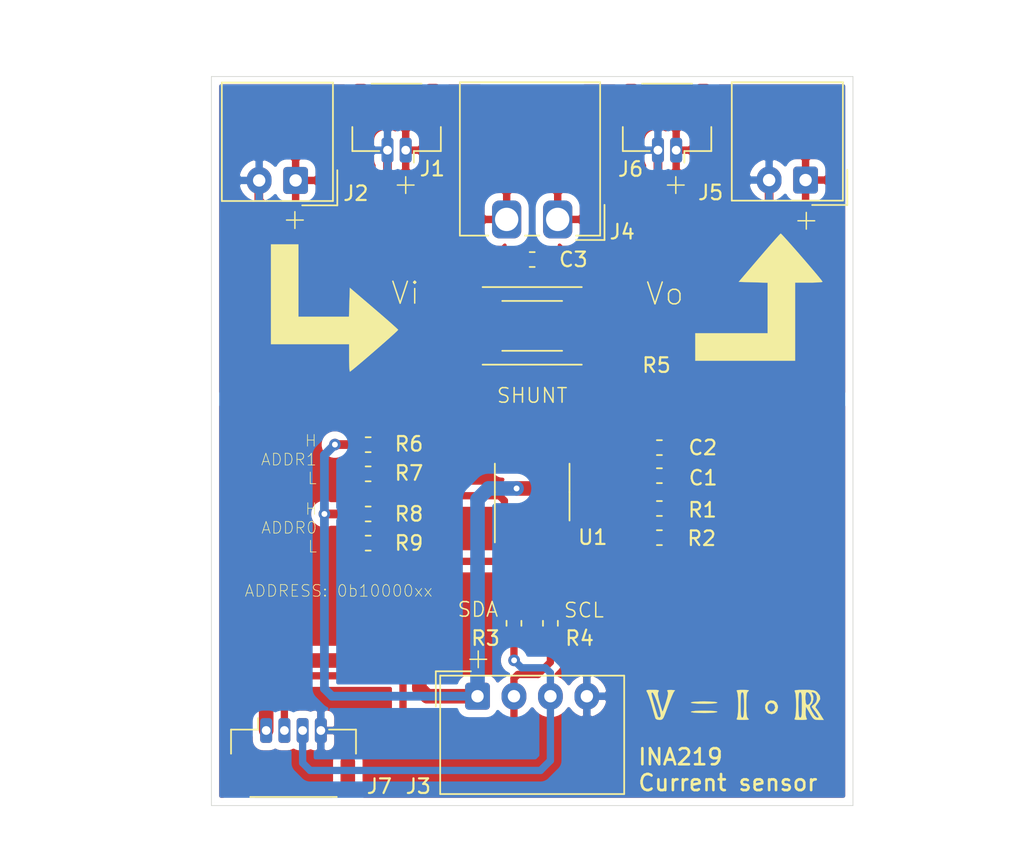
<source format=kicad_pcb>
(kicad_pcb (version 20171130) (host pcbnew "(5.1.10)-1")

  (general
    (thickness 1.6)
    (drawings 18)
    (tracks 114)
    (zones 0)
    (modules 24)
    (nets 11)
  )

  (page A4)
  (layers
    (0 F.Cu signal)
    (31 B.Cu signal)
    (32 B.Adhes user)
    (33 F.Adhes user)
    (34 B.Paste user)
    (35 F.Paste user)
    (36 B.SilkS user)
    (37 F.SilkS user)
    (38 B.Mask user)
    (39 F.Mask user)
    (40 Dwgs.User user)
    (41 Cmts.User user)
    (42 Eco1.User user)
    (43 Eco2.User user)
    (44 Edge.Cuts user)
    (45 Margin user)
    (46 B.CrtYd user)
    (47 F.CrtYd user)
    (48 B.Fab user)
    (49 F.Fab user hide)
  )

  (setup
    (last_trace_width 0.25)
    (user_trace_width 0.3)
    (user_trace_width 0.4)
    (user_trace_width 0.5)
    (user_trace_width 0.6)
    (user_trace_width 1)
    (user_trace_width 1.2)
    (trace_clearance 0.2)
    (zone_clearance 0.508)
    (zone_45_only no)
    (trace_min 0.2)
    (via_size 0.8)
    (via_drill 0.4)
    (via_min_size 0.4)
    (via_min_drill 0.3)
    (uvia_size 0.3)
    (uvia_drill 0.1)
    (uvias_allowed no)
    (uvia_min_size 0.2)
    (uvia_min_drill 0.1)
    (edge_width 0.05)
    (segment_width 0.2)
    (pcb_text_width 0.3)
    (pcb_text_size 1.5 1.5)
    (mod_edge_width 0.12)
    (mod_text_size 1 1)
    (mod_text_width 0.15)
    (pad_size 1.524 1.524)
    (pad_drill 0.762)
    (pad_to_mask_clearance 0.05)
    (aux_axis_origin 0 0)
    (visible_elements 7FFFFFFF)
    (pcbplotparams
      (layerselection 0x010fc_ffffffff)
      (usegerberextensions false)
      (usegerberattributes true)
      (usegerberadvancedattributes true)
      (creategerberjobfile true)
      (excludeedgelayer true)
      (linewidth 0.100000)
      (plotframeref false)
      (viasonmask false)
      (mode 1)
      (useauxorigin false)
      (hpglpennumber 1)
      (hpglpenspeed 20)
      (hpglpendiameter 15.000000)
      (psnegative false)
      (psa4output false)
      (plotreference true)
      (plotvalue true)
      (plotinvisibletext false)
      (padsonsilk false)
      (subtractmaskfromsilk false)
      (outputformat 1)
      (mirror false)
      (drillshape 0)
      (scaleselection 1)
      (outputdirectory "gerber/"))
  )

  (net 0 "")
  (net 1 GND)
  (net 2 VCC)
  (net 3 "Net-(J3-Pad3)")
  (net 4 "Net-(J3-Pad2)")
  (net 5 "Net-(R1-Pad2)")
  (net 6 "Net-(R2-Pad2)")
  (net 7 "Net-(R6-Pad1)")
  (net 8 "Net-(R8-Pad1)")
  (net 9 /VIN)
  (net 10 /VOUT)

  (net_class Default "This is the default net class."
    (clearance 0.2)
    (trace_width 0.25)
    (via_dia 0.8)
    (via_drill 0.4)
    (uvia_dia 0.3)
    (uvia_drill 0.1)
    (add_net /VIN)
    (add_net /VOUT)
    (add_net GND)
    (add_net "Net-(J3-Pad2)")
    (add_net "Net-(J3-Pad3)")
    (add_net "Net-(R1-Pad2)")
    (add_net "Net-(R2-Pad2)")
    (add_net "Net-(R6-Pad1)")
    (add_net "Net-(R8-Pad1)")
    (add_net VCC)
  )

  (module Connector_Molex:Molex_SPOX_5268-04A_1x04_P2.50mm_Horizontal (layer F.Cu) (tedit 5FCD83B2) (tstamp 5FD3C88F)
    (at 557.5 82.5)
    (descr "Molex SPOX Connector System, 5268-04A, 4 Pins per row (https://www.molex.com/pdm_docs/sd/022057045_sd.pdf), generated with kicad-footprint-generator")
    (tags "connector Molex SPOX horizontal")
    (path /603FE5C0)
    (fp_text reference J3 (at -4.06 6.18) (layer F.SilkS)
      (effects (font (size 1 1) (thickness 0.15)))
    )
    (fp_text value Conn_01x04 (at 3.75 7.8) (layer F.Fab)
      (effects (font (size 1 1) (thickness 0.15)))
    )
    (fp_line (start -2.45 -1.3) (end -2.45 6.6) (layer F.Fab) (width 0.1))
    (fp_line (start -2.45 6.6) (end 9.95 6.6) (layer F.Fab) (width 0.1))
    (fp_line (start 9.95 6.6) (end 9.95 -1.3) (layer F.Fab) (width 0.1))
    (fp_line (start 9.95 -1.3) (end -2.45 -1.3) (layer F.Fab) (width 0.1))
    (fp_line (start -2.56 -1.41) (end -2.56 6.71) (layer F.SilkS) (width 0.12))
    (fp_line (start -2.56 6.71) (end 10.06 6.71) (layer F.SilkS) (width 0.12))
    (fp_line (start 10.06 6.71) (end 10.06 -1.41) (layer F.SilkS) (width 0.12))
    (fp_line (start 10.06 -1.41) (end -2.56 -1.41) (layer F.SilkS) (width 0.12))
    (fp_line (start -2.86 0.7) (end -2.86 -1.71) (layer F.SilkS) (width 0.12))
    (fp_line (start -2.86 -1.71) (end -0.45 -1.71) (layer F.SilkS) (width 0.12))
    (fp_line (start -2.45 0.5) (end -1.742893 0) (layer F.Fab) (width 0.1))
    (fp_line (start -1.742893 0) (end -2.45 -0.5) (layer F.Fab) (width 0.1))
    (fp_line (start -2.95 -1.8) (end -2.95 7.1) (layer F.CrtYd) (width 0.05))
    (fp_line (start -2.95 7.1) (end 10.45 7.1) (layer F.CrtYd) (width 0.05))
    (fp_line (start 10.45 7.1) (end 10.45 -1.8) (layer F.CrtYd) (width 0.05))
    (fp_line (start 10.45 -1.8) (end -2.95 -1.8) (layer F.CrtYd) (width 0.05))
    (fp_text user %R (at 3.75 5.9) (layer F.Fab)
      (effects (font (size 1 1) (thickness 0.15)))
    )
    (pad 4 thru_hole oval (at 7.5 0) (size 1.7 1.85) (drill 0.85) (layers *.Cu *.Mask)
      (net 1 GND))
    (pad 3 thru_hole oval (at 5 0) (size 1.7 1.85) (drill 0.85) (layers *.Cu *.Mask)
      (net 3 "Net-(J3-Pad3)"))
    (pad 2 thru_hole oval (at 2.5 0) (size 1.7 1.85) (drill 0.85) (layers *.Cu *.Mask)
      (net 4 "Net-(J3-Pad2)"))
    (pad 1 thru_hole roundrect (at 0 0) (size 1.7 1.85) (drill 0.85) (layers *.Cu *.Mask) (roundrect_rratio 0.1470588235294118)
      (net 2 VCC))
    (model ${KISYS3DMOD}/Connector_Molex.3dshapes/Molex_SPOX_5268-04A_1x04_P2.50mm_Horizontal.wrl
      (at (xyz 0 0 0))
      (scale (xyz 1 1 1))
      (rotate (xyz 0 0 0))
    )
  )

  (module Connector_Molex:Molex_CLIK-Mate_502386-0270_1x02-1MP_P1.25mm_Horizontal (layer F.Cu) (tedit 5FCD7A51) (tstamp 5FD3D694)
    (at 551.95 43.2 180)
    (descr "Molex CLIK-Mate series connector, 502386-0270 (http://www.molex.com/pdm_docs/sd/5023860270_sd.pdf), generated with kicad-footprint-generator")
    (tags "connector Molex CLIK-Mate top entry")
    (path /603FD7CF)
    (attr smd)
    (fp_text reference J1 (at -2.45 -3.125) (layer F.SilkS)
      (effects (font (size 1 1) (thickness 0.15)))
    )
    (fp_text value Conn_01x02 (at 0 3.9) (layer F.Fab)
      (effects (font (size 1 1) (thickness 0.15)))
    )
    (fp_line (start -0.625 -1.092893) (end -0.125 -1.8) (layer F.Fab) (width 0.1))
    (fp_line (start -1.125 -1.8) (end -0.625 -1.092893) (layer F.Fab) (width 0.1))
    (fp_line (start 3.48 -3.2) (end -3.48 -3.2) (layer F.CrtYd) (width 0.05))
    (fp_line (start 3.48 3.2) (end 3.48 -3.2) (layer F.CrtYd) (width 0.05))
    (fp_line (start -3.48 3.2) (end 3.48 3.2) (layer F.CrtYd) (width 0.05))
    (fp_line (start -3.48 -3.2) (end -3.48 3.2) (layer F.CrtYd) (width 0.05))
    (fp_line (start 2.925 -1.8) (end 2.925 1.35) (layer F.Fab) (width 0.1))
    (fp_line (start -2.925 -1.8) (end -2.925 1.35) (layer F.Fab) (width 0.1))
    (fp_line (start 2.595 1.35) (end 2.925 1.35) (layer F.Fab) (width 0.1))
    (fp_line (start 2.595 2.6) (end 2.595 1.35) (layer F.Fab) (width 0.1))
    (fp_line (start -2.595 2.6) (end 2.595 2.6) (layer F.Fab) (width 0.1))
    (fp_line (start -2.595 1.35) (end -2.595 2.6) (layer F.Fab) (width 0.1))
    (fp_line (start -2.925 1.35) (end -2.595 1.35) (layer F.Fab) (width 0.1))
    (fp_line (start -1.715 2.71) (end 1.715 2.71) (layer F.SilkS) (width 0.12))
    (fp_line (start 3.035 -1.91) (end 1.185 -1.91) (layer F.SilkS) (width 0.12))
    (fp_line (start 3.035 -0.26) (end 3.035 -1.91) (layer F.SilkS) (width 0.12))
    (fp_line (start -1.185 -1.91) (end -1.185 -2.7) (layer F.SilkS) (width 0.12))
    (fp_line (start -3.035 -1.91) (end -1.185 -1.91) (layer F.SilkS) (width 0.12))
    (fp_line (start -3.035 -0.26) (end -3.035 -1.91) (layer F.SilkS) (width 0.12))
    (fp_line (start -2.925 -1.8) (end 2.925 -1.8) (layer F.Fab) (width 0.1))
    (fp_text user %R (at 0 -0.22) (layer F.Fab)
      (effects (font (size 1 1) (thickness 0.15)))
    )
    (pad MP smd roundrect (at 2.475 1.35 180) (size 1 2.7) (layers F.Cu F.Paste F.Mask) (roundrect_rratio 0.25))
    (pad MP smd roundrect (at -2.475 1.35 180) (size 1 2.7) (layers F.Cu F.Paste F.Mask) (roundrect_rratio 0.25))
    (pad 2 thru_hole roundrect (at 0.625 -1.85 180) (size 0.82 1.7) (drill 0.6) (layers *.Cu *.Mask) (roundrect_rratio 0.25)
      (net 1 GND))
    (pad 1 thru_hole roundrect (at -0.625 -1.85 180) (size 0.82 1.7) (drill 0.6) (layers *.Cu *.Mask) (roundrect_rratio 0.25)
      (net 9 /VIN))
    (model ${KISYS3DMOD}/Connector_Molex.3dshapes/Molex_CLIK-Mate_502386-0270_1x02-1MP_P1.25mm_Horizontal.wrl
      (at (xyz 0 0 0))
      (scale (xyz 1 1 1))
      (rotate (xyz 0 0 0))
    )
  )

  (module Connector_Molex:Molex_CLIK-Mate_502386-0270_1x02-1MP_P1.25mm_Horizontal (layer F.Cu) (tedit 5FCD7A3E) (tstamp 5FD3C3C1)
    (at 570.5 43.2 180)
    (descr "Molex CLIK-Mate series connector, 502386-0270 (http://www.molex.com/pdm_docs/sd/5023860270_sd.pdf), generated with kicad-footprint-generator")
    (tags "connector Molex CLIK-Mate top entry")
    (path /603FE248)
    (attr smd)
    (fp_text reference J6 (at 2.5 -3.15 180) (layer F.SilkS)
      (effects (font (size 1 1) (thickness 0.15)))
    )
    (fp_text value Conn_01x02 (at 0 3.9 180) (layer F.Fab)
      (effects (font (size 1 1) (thickness 0.15)))
    )
    (fp_line (start -0.625 -1.092893) (end -0.125 -1.8) (layer F.Fab) (width 0.1))
    (fp_line (start -1.125 -1.8) (end -0.625 -1.092893) (layer F.Fab) (width 0.1))
    (fp_line (start 3.48 -3.2) (end -3.48 -3.2) (layer F.CrtYd) (width 0.05))
    (fp_line (start 3.48 3.2) (end 3.48 -3.2) (layer F.CrtYd) (width 0.05))
    (fp_line (start -3.48 3.2) (end 3.48 3.2) (layer F.CrtYd) (width 0.05))
    (fp_line (start -3.48 -3.2) (end -3.48 3.2) (layer F.CrtYd) (width 0.05))
    (fp_line (start 2.925 -1.8) (end 2.925 1.35) (layer F.Fab) (width 0.1))
    (fp_line (start -2.925 -1.8) (end -2.925 1.35) (layer F.Fab) (width 0.1))
    (fp_line (start 2.595 1.35) (end 2.925 1.35) (layer F.Fab) (width 0.1))
    (fp_line (start 2.595 2.6) (end 2.595 1.35) (layer F.Fab) (width 0.1))
    (fp_line (start -2.595 2.6) (end 2.595 2.6) (layer F.Fab) (width 0.1))
    (fp_line (start -2.595 1.35) (end -2.595 2.6) (layer F.Fab) (width 0.1))
    (fp_line (start -2.925 1.35) (end -2.595 1.35) (layer F.Fab) (width 0.1))
    (fp_line (start -1.715 2.71) (end 1.715 2.71) (layer F.SilkS) (width 0.12))
    (fp_line (start 3.035 -1.91) (end 1.185 -1.91) (layer F.SilkS) (width 0.12))
    (fp_line (start 3.035 -0.26) (end 3.035 -1.91) (layer F.SilkS) (width 0.12))
    (fp_line (start -1.185 -1.91) (end -1.185 -2.7) (layer F.SilkS) (width 0.12))
    (fp_line (start -3.035 -1.91) (end -1.185 -1.91) (layer F.SilkS) (width 0.12))
    (fp_line (start -3.035 -0.26) (end -3.035 -1.91) (layer F.SilkS) (width 0.12))
    (fp_line (start -2.925 -1.8) (end 2.925 -1.8) (layer F.Fab) (width 0.1))
    (fp_text user %R (at 0 -0.22 180) (layer F.Fab)
      (effects (font (size 1 1) (thickness 0.15)))
    )
    (pad MP smd roundrect (at 2.475 1.35 180) (size 1 2.7) (layers F.Cu F.Paste F.Mask) (roundrect_rratio 0.25))
    (pad MP smd roundrect (at -2.475 1.35 180) (size 1 2.7) (layers F.Cu F.Paste F.Mask) (roundrect_rratio 0.25))
    (pad 2 thru_hole roundrect (at 0.625 -1.85 180) (size 0.82 1.7) (drill 0.6) (layers *.Cu *.Mask) (roundrect_rratio 0.25)
      (net 1 GND))
    (pad 1 thru_hole roundrect (at -0.625 -1.85 180) (size 0.82 1.7) (drill 0.6) (layers *.Cu *.Mask) (roundrect_rratio 0.25)
      (net 10 /VOUT))
    (model ${KISYS3DMOD}/Connector_Molex.3dshapes/Molex_CLIK-Mate_502386-0270_1x02-1MP_P1.25mm_Horizontal.wrl
      (at (xyz 0 0 0))
      (scale (xyz 1 1 1))
      (rotate (xyz 0 0 0))
    )
  )

  (module Connector_Molex:Molex_CLIK-Mate_502386-0470_1x04-1MP_P1.25mm_Horizontal (layer F.Cu) (tedit 5FCD7A27) (tstamp 5FCECEAE)
    (at 544.88 86.7)
    (descr "Molex CLIK-Mate series connector, 502386-0470 (http://www.molex.com/pdm_docs/sd/5023860270_sd.pdf), generated with kicad-footprint-generator")
    (tags "connector Molex CLIK-Mate top entry")
    (path /5FCFC68E)
    (attr smd)
    (fp_text reference J7 (at 5.89 1.98) (layer F.SilkS)
      (effects (font (size 1 1) (thickness 0.15)))
    )
    (fp_text value Conn_01x04 (at 0 3.9) (layer F.Fab)
      (effects (font (size 1 1) (thickness 0.15)))
    )
    (fp_line (start -1.875 -1.092893) (end -1.375 -1.8) (layer F.Fab) (width 0.1))
    (fp_line (start -2.375 -1.8) (end -1.875 -1.092893) (layer F.Fab) (width 0.1))
    (fp_line (start 4.72 -3.2) (end -4.72 -3.2) (layer F.CrtYd) (width 0.05))
    (fp_line (start 4.72 3.2) (end 4.72 -3.2) (layer F.CrtYd) (width 0.05))
    (fp_line (start -4.72 3.2) (end 4.72 3.2) (layer F.CrtYd) (width 0.05))
    (fp_line (start -4.72 -3.2) (end -4.72 3.2) (layer F.CrtYd) (width 0.05))
    (fp_line (start 4.175 -1.8) (end 4.175 1.35) (layer F.Fab) (width 0.1))
    (fp_line (start -4.175 -1.8) (end -4.175 1.35) (layer F.Fab) (width 0.1))
    (fp_line (start 3.845 1.35) (end 4.175 1.35) (layer F.Fab) (width 0.1))
    (fp_line (start 3.845 2.6) (end 3.845 1.35) (layer F.Fab) (width 0.1))
    (fp_line (start -3.845 2.6) (end 3.845 2.6) (layer F.Fab) (width 0.1))
    (fp_line (start -3.845 1.35) (end -3.845 2.6) (layer F.Fab) (width 0.1))
    (fp_line (start -4.175 1.35) (end -3.845 1.35) (layer F.Fab) (width 0.1))
    (fp_line (start -2.965 2.71) (end 2.965 2.71) (layer F.SilkS) (width 0.12))
    (fp_line (start 4.285 -1.91) (end 2.435 -1.91) (layer F.SilkS) (width 0.12))
    (fp_line (start 4.285 -0.26) (end 4.285 -1.91) (layer F.SilkS) (width 0.12))
    (fp_line (start -2.435 -1.91) (end -2.435 -2.7) (layer F.SilkS) (width 0.12))
    (fp_line (start -4.285 -1.91) (end -2.435 -1.91) (layer F.SilkS) (width 0.12))
    (fp_line (start -4.285 -0.26) (end -4.285 -1.91) (layer F.SilkS) (width 0.12))
    (fp_line (start -4.175 -1.8) (end 4.175 -1.8) (layer F.Fab) (width 0.1))
    (fp_text user %R (at 0 -0.22) (layer F.Fab)
      (effects (font (size 1 1) (thickness 0.15)))
    )
    (pad MP smd roundrect (at 3.725 1.35) (size 1 2.7) (layers F.Cu F.Paste F.Mask) (roundrect_rratio 0.25))
    (pad MP smd roundrect (at -3.725 1.35) (size 1 2.7) (layers F.Cu F.Paste F.Mask) (roundrect_rratio 0.25))
    (pad 4 thru_hole roundrect (at 1.875 -1.85) (size 0.82 1.7) (drill 0.6) (layers *.Cu *.Mask) (roundrect_rratio 0.25)
      (net 1 GND))
    (pad 3 thru_hole roundrect (at 0.625 -1.85) (size 0.82 1.7) (drill 0.6) (layers *.Cu *.Mask) (roundrect_rratio 0.25)
      (net 3 "Net-(J3-Pad3)"))
    (pad 2 thru_hole roundrect (at -0.625 -1.85) (size 0.82 1.7) (drill 0.6) (layers *.Cu *.Mask) (roundrect_rratio 0.25)
      (net 4 "Net-(J3-Pad2)"))
    (pad 1 thru_hole roundrect (at -1.875 -1.85) (size 0.82 1.7) (drill 0.6) (layers *.Cu *.Mask) (roundrect_rratio 0.25)
      (net 2 VCC))
    (model ${KISYS3DMOD}/Connector_Molex.3dshapes/Molex_CLIK-Mate_502386-0470_1x04-1MP_P1.25mm_Horizontal.wrl
      (at (xyz 0 0 0))
      (scale (xyz 1 1 1))
      (rotate (xyz 0 0 0))
    )
  )

  (module Connector_Wago:Wago_734-162_1x02_P3.50mm_Horizontal (layer F.Cu) (tedit 5FCD6597) (tstamp 5FD3C377)
    (at 563 49.8 180)
    (descr "Molex 734 Male header (for PCBs); Angled solder pin 1 x 1 mm, 734-162 , 2 Pins (http://www.farnell.com/datasheets/2157639.pdf), generated with kicad-footprint-generator")
    (tags "connector Wago  top entry")
    (path /603FDE54)
    (fp_text reference J4 (at -4.425 -0.85) (layer F.SilkS)
      (effects (font (size 1 1) (thickness 0.15)))
    )
    (fp_text value Conn_01x02 (at 1.9 10.5) (layer F.Fab)
      (effects (font (size 1 1) (thickness 0.15)))
    )
    (fp_line (start 7.1 -1.5) (end -3.3 -1.5) (layer F.CrtYd) (width 0.05))
    (fp_line (start 7.1 9.8) (end 7.1 -1.5) (layer F.CrtYd) (width 0.05))
    (fp_line (start -3.3 9.8) (end 7.1 9.8) (layer F.CrtYd) (width 0.05))
    (fp_line (start -3.3 -1.5) (end -3.3 9.8) (layer F.CrtYd) (width 0.05))
    (fp_line (start 0 -0.292893) (end 0.5 -1) (layer F.Fab) (width 0.1))
    (fp_line (start -0.5 -1) (end 0 -0.292893) (layer F.Fab) (width 0.1))
    (fp_line (start -3.21 -1.41) (end -1.26 -1.41) (layer F.SilkS) (width 0.12))
    (fp_line (start -3.21 1) (end -3.21 -1.41) (layer F.SilkS) (width 0.12))
    (fp_line (start 1.26 -1.11) (end 2.24 -1.11) (layer F.SilkS) (width 0.12))
    (fp_line (start 6.71 -1.11) (end 4.76 -1.11) (layer F.SilkS) (width 0.12))
    (fp_line (start 6.71 9.41) (end 6.71 -1.11) (layer F.SilkS) (width 0.12))
    (fp_line (start -2.91 9.41) (end 6.71 9.41) (layer F.SilkS) (width 0.12))
    (fp_line (start -2.91 -1.11) (end -2.91 9.41) (layer F.SilkS) (width 0.12))
    (fp_line (start -1.26 -1.11) (end -2.91 -1.11) (layer F.SilkS) (width 0.12))
    (fp_line (start 6.6 -1) (end -2.8 -1) (layer F.Fab) (width 0.1))
    (fp_line (start 6.6 9.3) (end 6.6 -1) (layer F.Fab) (width 0.1))
    (fp_line (start -2.8 9.3) (end 6.6 9.3) (layer F.Fab) (width 0.1))
    (fp_line (start -2.8 -1) (end -2.8 9.3) (layer F.Fab) (width 0.1))
    (fp_text user %R (at 1.9 8.6) (layer F.Fab)
      (effects (font (size 1 1) (thickness 0.15)))
    )
    (pad 2 thru_hole roundrect (at 3.5 0 180) (size 2 2.6) (drill 1.6) (layers *.Cu *.Mask) (roundrect_rratio 0.25)
      (net 9 /VIN))
    (pad 1 thru_hole roundrect (at 0 0 180) (size 2 2.6) (drill 1.6) (layers *.Cu *.Mask) (roundrect_rratio 0.25)
      (net 10 /VOUT))
    (pad 1 smd rect (at 0 6.1 180) (size 2.4 6) (layers F.Cu F.Paste F.Mask)
      (net 10 /VOUT))
    (pad 2 smd rect (at 3.5 6.1 180) (size 2.4 6) (layers F.Cu F.Paste F.Mask)
      (net 9 /VIN))
    (model ${KISYS3DMOD}/Connector_Wago.3dshapes/Wago_734-162_1x02_P3.50mm_Horizontal.wrl
      (at (xyz 0 0 0))
      (scale (xyz 1 1 1))
      (rotate (xyz 0 0 0))
    )
  )

  (module Capacitor_SMD:C_0603_1608Metric_Pad1.05x0.95mm_HandSolder (layer F.Cu) (tedit 5B301BBE) (tstamp 5FCEBA9E)
    (at 561.25 52.55)
    (descr "Capacitor SMD 0603 (1608 Metric), square (rectangular) end terminal, IPC_7351 nominal with elongated pad for handsoldering. (Body size source: http://www.tortai-tech.com/upload/download/2011102023233369053.pdf), generated with kicad-footprint-generator")
    (tags "capacitor handsolder")
    (path /5FCD8AB5)
    (attr smd)
    (fp_text reference C3 (at 2.825 0) (layer F.SilkS)
      (effects (font (size 1 1) (thickness 0.15)))
    )
    (fp_text value 0.1uF (at 0 1.43) (layer F.Fab)
      (effects (font (size 1 1) (thickness 0.15)))
    )
    (fp_line (start -0.8 0.4) (end -0.8 -0.4) (layer F.Fab) (width 0.1))
    (fp_line (start -0.8 -0.4) (end 0.8 -0.4) (layer F.Fab) (width 0.1))
    (fp_line (start 0.8 -0.4) (end 0.8 0.4) (layer F.Fab) (width 0.1))
    (fp_line (start 0.8 0.4) (end -0.8 0.4) (layer F.Fab) (width 0.1))
    (fp_line (start -0.171267 -0.51) (end 0.171267 -0.51) (layer F.SilkS) (width 0.12))
    (fp_line (start -0.171267 0.51) (end 0.171267 0.51) (layer F.SilkS) (width 0.12))
    (fp_line (start -1.65 0.73) (end -1.65 -0.73) (layer F.CrtYd) (width 0.05))
    (fp_line (start -1.65 -0.73) (end 1.65 -0.73) (layer F.CrtYd) (width 0.05))
    (fp_line (start 1.65 -0.73) (end 1.65 0.73) (layer F.CrtYd) (width 0.05))
    (fp_line (start 1.65 0.73) (end -1.65 0.73) (layer F.CrtYd) (width 0.05))
    (fp_text user %R (at 0 0) (layer F.Fab)
      (effects (font (size 0.4 0.4) (thickness 0.06)))
    )
    (pad 2 smd roundrect (at 0.875 0) (size 1.05 0.95) (layers F.Cu F.Paste F.Mask) (roundrect_rratio 0.25)
      (net 10 /VOUT))
    (pad 1 smd roundrect (at -0.875 0) (size 1.05 0.95) (layers F.Cu F.Paste F.Mask) (roundrect_rratio 0.25)
      (net 9 /VIN))
    (model ${KISYS3DMOD}/Capacitor_SMD.3dshapes/C_0603_1608Metric.wrl
      (at (xyz 0 0 0))
      (scale (xyz 1 1 1))
      (rotate (xyz 0 0 0))
    )
  )

  (module FlighComputer:symbol-VIR (layer F.Cu) (tedit 0) (tstamp 5FCEB363)
    (at 575.225 83.175)
    (fp_text reference G*** (at 2.455 -4.935) (layer F.SilkS) hide
      (effects (font (size 1.524 1.524) (thickness 0.3)))
    )
    (fp_text value LOGO (at 2.975 -2.585) (layer F.SilkS) hide
      (effects (font (size 1.524 1.524) (thickness 0.3)))
    )
    (fp_poly (pts (xy -5.44295 -1.106195) (xy -5.311037 -1.08594) (xy -5.285053 -1.042848) (xy -5.313962 -0.997205)
      (xy -5.35401 -0.902437) (xy -5.349244 -0.744161) (xy -5.296194 -0.489839) (xy -5.235677 -0.262986)
      (xy -5.152542 0.027875) (xy -5.084378 0.252994) (xy -5.04287 0.374196) (xy -5.037484 0.38446)
      (xy -5.004203 0.327146) (xy -4.936819 0.150748) (xy -4.847463 -0.111951) (xy -4.806246 -0.240308)
      (xy -4.704739 -0.585376) (xy -4.658764 -0.812102) (xy -4.663984 -0.949171) (xy -4.691103 -1.0018)
      (xy -4.72178 -1.069389) (xy -4.647786 -1.100299) (xy -4.442817 -1.105122) (xy -4.434876 -1.104984)
      (xy -4.248895 -1.093796) (xy -4.171026 -1.072519) (xy -4.183338 -1.059913) (xy -4.233254 -1.012107)
      (xy -4.301307 -0.893052) (xy -4.394262 -0.686766) (xy -4.518884 -0.377268) (xy -4.68194 0.051425)
      (xy -4.875607 0.575468) (xy -4.969853 0.802197) (xy -5.060446 0.914376) (xy -5.185496 0.950611)
      (xy -5.247807 0.9525) (xy -5.425486 0.922454) (xy -5.515817 0.853281) (xy -5.550711 0.737655)
      (xy -5.616858 0.507613) (xy -5.703232 0.201756) (xy -5.759595 0) (xy -5.861894 -0.345059)
      (xy -5.963183 -0.648435) (xy -6.043869 -0.854931) (xy -5.796366 -0.854931) (xy -5.77082 -0.697462)
      (xy -5.702157 -0.430613) (xy -5.620025 -0.14326) (xy -5.519099 0.197122) (xy -5.432068 0.480018)
      (xy -5.36968 0.671122) (xy -5.345146 0.734218) (xy -5.251656 0.794528) (xy -5.173938 0.730182)
      (xy -5.160596 0.654843) (xy -5.187389 0.461738) (xy -5.255961 0.192287) (xy -5.352341 -0.114563)
      (xy -5.462561 -0.419863) (xy -5.572651 -0.684666) (xy -5.668642 -0.870025) (xy -5.731451 -0.936736)
      (xy -5.782131 -0.926771) (xy -5.796366 -0.854931) (xy -6.043869 -0.854931) (xy -6.048224 -0.866075)
      (xy -6.082162 -0.932657) (xy -6.137608 -1.030608) (xy -6.127518 -1.084) (xy -6.023494 -1.106354)
      (xy -5.797139 -1.111193) (xy -5.707111 -1.111251) (xy -5.44295 -1.106195)) (layer F.SilkS) (width 0.01))
    (fp_poly (pts (xy 0.750505 -1.10162) (xy 0.878228 -1.080876) (xy 0.879258 -1.043061) (xy 0.853281 -1.025518)
      (xy 0.790918 -0.96828) (xy 0.750189 -0.863828) (xy 0.726763 -0.682662) (xy 0.71631 -0.395282)
      (xy 0.714375 -0.079375) (xy 0.717732 0.311032) (xy 0.730693 0.572278) (xy 0.757587 0.73386)
      (xy 0.802746 0.82528) (xy 0.853281 0.866767) (xy 0.892056 0.911255) (xy 0.809584 0.937456)
      (xy 0.589992 0.948914) (xy 0.480218 0.950086) (xy 0.204826 0.945125) (xy 0.066609 0.923793)
      (xy 0.04442 0.881378) (xy 0.0635 0.85725) (xy 0.108797 0.732943) (xy 0.14015 0.492686)
      (xy 0.15756 0.178665) (xy 0.160147 -0.079375) (xy 0.3175 -0.079375) (xy 0.3209 0.311447)
      (xy 0.33339 0.568781) (xy 0.358401 0.717788) (xy 0.399363 0.78363) (xy 0.436562 0.79375)
      (xy 0.489856 0.76881) (xy 0.524947 0.677216) (xy 0.545266 0.493806) (xy 0.554245 0.19342)
      (xy 0.555625 -0.079375) (xy 0.552224 -0.470198) (xy 0.539734 -0.727532) (xy 0.514723 -0.876539)
      (xy 0.473761 -0.942381) (xy 0.436562 -0.9525) (xy 0.383268 -0.927561) (xy 0.348177 -0.835967)
      (xy 0.327858 -0.652557) (xy 0.318879 -0.352171) (xy 0.3175 -0.079375) (xy 0.160147 -0.079375)
      (xy 0.161026 -0.166935) (xy 0.150548 -0.501927) (xy 0.126126 -0.784125) (xy 0.08776 -0.971343)
      (xy 0.0635 -1.016) (xy 0.044895 -1.068247) (xy 0.133794 -1.097511) (xy 0.351342 -1.108505)
      (xy 0.480218 -1.108837) (xy 0.750505 -1.10162)) (layer F.SilkS) (width 0.01))
    (fp_poly (pts (xy 5.023301 -1.107745) (xy 5.256181 -1.091757) (xy 5.408628 -1.055078) (xy 5.519769 -0.989497)
      (xy 5.599545 -0.916421) (xy 5.758929 -0.693648) (xy 5.77156 -0.472248) (xy 5.637229 -0.224529)
      (xy 5.593888 -0.170791) (xy 5.48275 -0.011627) (xy 5.450568 0.094191) (xy 5.460288 0.108811)
      (xy 5.535523 0.194244) (xy 5.66159 0.372994) (xy 5.776558 0.551324) (xy 6.025942 0.9525)
      (xy 5.67961 0.9525) (xy 5.490516 0.945554) (xy 5.362705 0.904002) (xy 5.254519 0.796772)
      (xy 5.124301 0.592791) (xy 5.067733 0.496093) (xy 4.803409 0.041787) (xy 5.069296 0.041787)
      (xy 5.115 0.175761) (xy 5.229143 0.399245) (xy 5.38733 0.649372) (xy 5.528361 0.779585)
      (xy 5.577923 0.793082) (xy 5.667516 0.782727) (xy 5.66788 0.722479) (xy 5.583113 0.575468)
      (xy 5.434443 0.359046) (xy 5.300215 0.189855) (xy 5.205564 0.06703) (xy 5.222001 -0.012604)
      (xy 5.354556 -0.109631) (xy 5.502129 -0.276511) (xy 5.560943 -0.49145) (xy 5.537046 -0.707178)
      (xy 5.436487 -0.876425) (xy 5.265318 -0.95192) (xy 5.246687 -0.952501) (xy 5.171869 -0.930251)
      (xy 5.222875 -0.85725) (xy 5.304918 -0.679228) (xy 5.30835 -0.441412) (xy 5.238643 -0.218662)
      (xy 5.169612 -0.128327) (xy 5.089233 -0.044217) (xy 5.069296 0.041787) (xy 4.803409 0.041787)
      (xy 4.802187 0.039687) (xy 4.777493 0.382897) (xy 4.782729 0.621763) (xy 4.825709 0.803847)
      (xy 4.846743 0.839303) (xy 4.875926 0.900972) (xy 4.817207 0.935519) (xy 4.644495 0.950185)
      (xy 4.438844 0.9525) (xy 4.167149 0.946084) (xy 4.032588 0.923522) (xy 4.013937 0.879843)
      (xy 4.03225 0.85725) (xy 4.08228 0.720825) (xy 4.114201 0.434384) (xy 4.127222 0.005713)
      (xy 4.1275 -0.079375) (xy 4.28625 -0.079375) (xy 4.28965 0.311447) (xy 4.30214 0.568781)
      (xy 4.327151 0.717788) (xy 4.368113 0.78363) (xy 4.405312 0.79375) (xy 4.458606 0.76881)
      (xy 4.493697 0.677216) (xy 4.514016 0.493806) (xy 4.522995 0.19342) (xy 4.524375 -0.079375)
      (xy 4.520974 -0.470198) (xy 4.518754 -0.515938) (xy 4.7625 -0.515938) (xy 4.783857 -0.226138)
      (xy 4.849849 -0.08624) (xy 4.963353 -0.09299) (xy 5.064125 -0.174625) (xy 5.154247 -0.350805)
      (xy 5.159956 -0.56965) (xy 5.094983 -0.777336) (xy 4.973058 -0.920041) (xy 4.865687 -0.9525)
      (xy 4.799819 -0.891076) (xy 4.76738 -0.696901) (xy 4.7625 -0.515938) (xy 4.518754 -0.515938)
      (xy 4.508484 -0.727532) (xy 4.483473 -0.876539) (xy 4.442511 -0.942381) (xy 4.405312 -0.9525)
      (xy 4.352018 -0.927561) (xy 4.316927 -0.835967) (xy 4.296608 -0.652557) (xy 4.287629 -0.352171)
      (xy 4.28625 -0.079375) (xy 4.1275 -0.079375) (xy 4.117719 -0.53109) (xy 4.088906 -0.841878)
      (xy 4.041851 -1.003952) (xy 4.03225 -1.016) (xy 4.020264 -1.061874) (xy 4.107672 -1.091096)
      (xy 4.314007 -1.106583) (xy 4.658807 -1.111247) (xy 4.670857 -1.11125) (xy 5.023301 -1.107745)) (layer F.SilkS) (width 0.01))
    (fp_poly (pts (xy 2.586577 -0.373603) (xy 2.772799 -0.245062) (xy 2.875454 -0.020105) (xy 2.883958 0.079375)
      (xy 2.822039 0.32663) (xy 2.664741 0.492448) (xy 2.45475 0.558432) (xy 2.234751 0.506184)
      (xy 2.115739 0.410468) (xy 2.001643 0.18452) (xy 2.002581 0.148119) (xy 2.161567 0.148119)
      (xy 2.225664 0.281625) (xy 2.388814 0.389473) (xy 2.560084 0.339653) (xy 2.6035 0.301625)
      (xy 2.693048 0.11597) (xy 2.646164 -0.081118) (xy 2.573034 -0.164272) (xy 2.415116 -0.220801)
      (xy 2.272662 -0.160319) (xy 2.177528 -0.023716) (xy 2.161567 0.148119) (xy 2.002581 0.148119)
      (xy 2.008044 -0.063696) (xy 2.129531 -0.265511) (xy 2.358313 -0.386747) (xy 2.586577 -0.373603)) (layer F.SilkS) (width 0.01))
    (fp_poly (pts (xy -1.776652 0.324116) (xy -1.477752 0.342854) (xy -1.305282 0.372046) (xy -1.27 0.396875)
      (xy -1.346088 0.432193) (xy -1.561572 0.458184) (xy -1.897282 0.473182) (xy -2.182813 0.47625)
      (xy -2.588974 0.469633) (xy -2.887874 0.450895) (xy -3.060344 0.421703) (xy -3.095625 0.396875)
      (xy -3.019538 0.361556) (xy -2.804054 0.335565) (xy -2.468344 0.320567) (xy -2.182813 0.3175)
      (xy -1.776652 0.324116)) (layer F.SilkS) (width 0.01))
    (fp_poly (pts (xy -1.776652 -0.310884) (xy -1.477752 -0.292146) (xy -1.305282 -0.262954) (xy -1.27 -0.238125)
      (xy -1.346088 -0.202807) (xy -1.561572 -0.176816) (xy -1.897282 -0.161818) (xy -2.182813 -0.15875)
      (xy -2.588974 -0.165367) (xy -2.887874 -0.184105) (xy -3.060344 -0.213297) (xy -3.095625 -0.238125)
      (xy -3.019538 -0.273444) (xy -2.804054 -0.299435) (xy -2.468344 -0.314433) (xy -2.182813 -0.3175)
      (xy -1.776652 -0.310884)) (layer F.SilkS) (width 0.01))
  )

  (module FlighComputer:symbol-arrow-1 (layer F.Cu) (tedit 0) (tstamp 5FCEAE30)
    (at 576.9 55.125)
    (fp_text reference G*** (at 5.4 1.245) (layer F.SilkS) hide
      (effects (font (size 1.524 1.524) (thickness 0.3)))
    )
    (fp_text value LOGO (at 5.83 3.575) (layer F.SilkS) hide
      (effects (font (size 1.524 1.524) (thickness 0.3)))
    )
    (fp_poly (pts (xy 1.471986 -4.289476) (xy 1.654391 -4.095002) (xy 1.919163 -3.801706) (xy 2.24344 -3.435958)
      (xy 2.60436 -3.024127) (xy 2.979062 -2.592582) (xy 3.344684 -2.167691) (xy 3.678364 -1.775825)
      (xy 3.95724 -1.443352) (xy 4.158451 -1.196642) (xy 4.259135 -1.062063) (xy 4.266406 -1.046612)
      (xy 4.174378 -1.023225) (xy 3.92702 -1.004873) (xy 3.567425 -0.994043) (xy 3.323828 -0.992188)
      (xy 2.38125 -0.992188) (xy 2.38125 4.365625) (xy -4.464844 4.365625) (xy -4.464844 2.480468)
      (xy 0.496094 2.480468) (xy 0.496094 -0.985246) (xy -0.496854 -1.013522) (xy -1.489802 -1.041797)
      (xy -0.075174 -2.696846) (xy 0.339512 -3.179487) (xy 0.711227 -3.607312) (xy 1.020702 -3.958539)
      (xy 1.248673 -4.211386) (xy 1.375871 -4.344071) (xy 1.39481 -4.35876) (xy 1.471986 -4.289476)) (layer F.SilkS) (width 0.01))
  )

  (module FlighComputer:symbol-arrow-1 (layer F.Cu) (tedit 0) (tstamp 5FCEAE1B)
    (at 547.7 55.975 270)
    (fp_text reference G*** (at 4.045 3.41 180) (layer F.SilkS) hide
      (effects (font (size 1.524 1.524) (thickness 0.3)))
    )
    (fp_text value LOGO (at 6.165 2.94 180) (layer F.SilkS) hide
      (effects (font (size 1.524 1.524) (thickness 0.3)))
    )
    (fp_poly (pts (xy 1.471986 -4.289476) (xy 1.654391 -4.095002) (xy 1.919163 -3.801706) (xy 2.24344 -3.435958)
      (xy 2.60436 -3.024127) (xy 2.979062 -2.592582) (xy 3.344684 -2.167691) (xy 3.678364 -1.775825)
      (xy 3.95724 -1.443352) (xy 4.158451 -1.196642) (xy 4.259135 -1.062063) (xy 4.266406 -1.046612)
      (xy 4.174378 -1.023225) (xy 3.92702 -1.004873) (xy 3.567425 -0.994043) (xy 3.323828 -0.992188)
      (xy 2.38125 -0.992188) (xy 2.38125 4.365625) (xy -4.464844 4.365625) (xy -4.464844 2.480468)
      (xy 0.496094 2.480468) (xy 0.496094 -0.985246) (xy -0.496854 -1.013522) (xy -1.489802 -1.041797)
      (xy -0.075174 -2.696846) (xy 0.339512 -3.179487) (xy 0.711227 -3.607312) (xy 1.020702 -3.958539)
      (xy 1.248673 -4.211386) (xy 1.375871 -4.344071) (xy 1.39481 -4.35876) (xy 1.471986 -4.289476)) (layer F.SilkS) (width 0.01))
  )

  (module Resistor_SMD:R_2512_6332Metric_Pad1.52x3.35mm_HandSolder (layer F.Cu) (tedit 5FCC5000) (tstamp 5FD3C416)
    (at 561.25 57.1)
    (descr "Resistor SMD 2512 (6332 Metric), square (rectangular) end terminal, IPC_7351 nominal with elongated pad for handsoldering. (Body size source: http://www.tortai-tech.com/upload/download/2011102023233369053.pdf), generated with kicad-footprint-generator")
    (tags "resistor handsolder")
    (path /603FA68E)
    (attr smd)
    (fp_text reference R5 (at 8.525 2.7) (layer F.SilkS)
      (effects (font (size 1 1) (thickness 0.15)))
    )
    (fp_text value 2mR (at 0 2.62) (layer F.Fab)
      (effects (font (size 1 1) (thickness 0.15)))
    )
    (fp_line (start 4 1.92) (end -4 1.92) (layer F.CrtYd) (width 0.05))
    (fp_line (start 4 -1.92) (end 4 1.92) (layer F.CrtYd) (width 0.05))
    (fp_line (start -4 -1.92) (end 4 -1.92) (layer F.CrtYd) (width 0.05))
    (fp_line (start -4 1.92) (end -4 -1.92) (layer F.CrtYd) (width 0.05))
    (fp_line (start -2.052064 1.71) (end 2.052064 1.71) (layer F.SilkS) (width 0.12))
    (fp_line (start -2.052064 -1.71) (end 2.052064 -1.71) (layer F.SilkS) (width 0.12))
    (fp_line (start 3.15 1.6) (end -3.15 1.6) (layer F.Fab) (width 0.1))
    (fp_line (start 3.15 -1.6) (end 3.15 1.6) (layer F.Fab) (width 0.1))
    (fp_line (start -3.15 -1.6) (end 3.15 -1.6) (layer F.Fab) (width 0.1))
    (fp_line (start -3.15 1.6) (end -3.15 -1.6) (layer F.Fab) (width 0.1))
    (fp_text user %R (at 0 0) (layer F.Fab)
      (effects (font (size 1 1) (thickness 0.15)))
    )
    (pad 2 smd roundrect (at 2.9875 0) (size 1.525 3.8) (layers F.Cu F.Paste F.Mask) (roundrect_rratio 0.164)
      (net 10 /VOUT))
    (pad 1 smd roundrect (at -2.9875 0) (size 1.525 3.8) (layers F.Cu F.Paste F.Mask) (roundrect_rratio 0.164)
      (net 9 /VIN))
    (model ${KISYS3DMOD}/Resistor_SMD.3dshapes/R_2512_6332Metric.wrl
      (at (xyz 0 0 0))
      (scale (xyz 1 1 1))
      (rotate (xyz 0 0 0))
    )
  )

  (module FlightComputer:R_4527 (layer F.Cu) (tedit 5FCC4FC7) (tstamp 5FCCC725)
    (at 561.25 57.1)
    (descr "Resistor SMDR_4527")
    (tags "resistor handsolder")
    (path /5FD0F96D)
    (attr smd)
    (fp_text reference R10 (at 0 -3.6) (layer F.SilkS) hide
      (effects (font (size 1 1) (thickness 0.15)))
    )
    (fp_text value N/C (at 0 3.6) (layer F.Fab)
      (effects (font (size 1 1) (thickness 0.15)))
    )
    (fp_line (start 5.72 3.45) (end -5.72 3.45) (layer F.CrtYd) (width 0.05))
    (fp_line (start 5.72 -3.45) (end 5.72 3.45) (layer F.CrtYd) (width 0.05))
    (fp_line (start -5.72 -3.45) (end 5.72 -3.45) (layer F.CrtYd) (width 0.05))
    (fp_line (start -5.72 3.45) (end -5.72 -3.45) (layer F.CrtYd) (width 0.05))
    (fp_line (start -3.4 2.66) (end 3.4 2.66) (layer F.SilkS) (width 0.12))
    (fp_line (start -3.4 -2.66) (end 3.4 -2.66) (layer F.SilkS) (width 0.12))
    (fp_line (start 5.1 2.55) (end -5.1 2.55) (layer F.Fab) (width 0.1))
    (fp_line (start 5.1 -2.55) (end 5.1 2.55) (layer F.Fab) (width 0.1))
    (fp_line (start -5.1 -2.55) (end 5.1 -2.55) (layer F.Fab) (width 0.1))
    (fp_line (start -5.1 2.55) (end -5.1 -2.55) (layer F.Fab) (width 0.1))
    (fp_text user %R (at 0 0) (layer F.Fab)
      (effects (font (size 1 1) (thickness 0.15)))
    )
    (pad 2 smd roundrect (at 5.5 0) (size 3 7) (layers F.Cu F.Paste F.Mask) (roundrect_rratio 0.152)
      (net 10 /VOUT))
    (pad 1 smd roundrect (at -5.5 0) (size 3 7) (layers F.Cu F.Paste F.Mask) (roundrect_rratio 0.152)
      (net 9 /VIN))
    (model ${KISYS3DMOD}/Resistor_SMD.3dshapes/R_4020_10251Metric.wrl
      (at (xyz 0 0 0))
      (scale (xyz 1 1 1))
      (rotate (xyz 0 0 0))
    )
  )

  (module Capacitor_SMD:C_0603_1608Metric_Pad1.05x0.95mm_HandSolder (layer F.Cu) (tedit 5B301BBE) (tstamp 5FCCAF97)
    (at 569.975 65.45)
    (descr "Capacitor SMD 0603 (1608 Metric), square (rectangular) end terminal, IPC_7351 nominal with elongated pad for handsoldering. (Body size source: http://www.tortai-tech.com/upload/download/2011102023233369053.pdf), generated with kicad-footprint-generator")
    (tags "capacitor handsolder")
    (path /5FCDB757)
    (attr smd)
    (fp_text reference C2 (at 2.975 0) (layer F.SilkS)
      (effects (font (size 1 1) (thickness 0.15)))
    )
    (fp_text value 10Uf (at 0 1.43) (layer F.Fab)
      (effects (font (size 1 1) (thickness 0.15)))
    )
    (fp_line (start 1.65 0.73) (end -1.65 0.73) (layer F.CrtYd) (width 0.05))
    (fp_line (start 1.65 -0.73) (end 1.65 0.73) (layer F.CrtYd) (width 0.05))
    (fp_line (start -1.65 -0.73) (end 1.65 -0.73) (layer F.CrtYd) (width 0.05))
    (fp_line (start -1.65 0.73) (end -1.65 -0.73) (layer F.CrtYd) (width 0.05))
    (fp_line (start -0.171267 0.51) (end 0.171267 0.51) (layer F.SilkS) (width 0.12))
    (fp_line (start -0.171267 -0.51) (end 0.171267 -0.51) (layer F.SilkS) (width 0.12))
    (fp_line (start 0.8 0.4) (end -0.8 0.4) (layer F.Fab) (width 0.1))
    (fp_line (start 0.8 -0.4) (end 0.8 0.4) (layer F.Fab) (width 0.1))
    (fp_line (start -0.8 -0.4) (end 0.8 -0.4) (layer F.Fab) (width 0.1))
    (fp_line (start -0.8 0.4) (end -0.8 -0.4) (layer F.Fab) (width 0.1))
    (fp_text user %R (at 0 0) (layer F.Fab)
      (effects (font (size 0.4 0.4) (thickness 0.06)))
    )
    (pad 2 smd roundrect (at 0.875 0) (size 1.05 0.95) (layers F.Cu F.Paste F.Mask) (roundrect_rratio 0.25)
      (net 1 GND))
    (pad 1 smd roundrect (at -0.875 0) (size 1.05 0.95) (layers F.Cu F.Paste F.Mask) (roundrect_rratio 0.25)
      (net 2 VCC))
    (model ${KISYS3DMOD}/Capacitor_SMD.3dshapes/C_0603_1608Metric.wrl
      (at (xyz 0 0 0))
      (scale (xyz 1 1 1))
      (rotate (xyz 0 0 0))
    )
  )

  (module Resistor_SMD:R_0603_1608Metric_Pad1.05x0.95mm_HandSolder (layer F.Cu) (tedit 5B301BBD) (tstamp 5FD3E5D4)
    (at 569.975 71.625 180)
    (descr "Resistor SMD 0603 (1608 Metric), square (rectangular) end terminal, IPC_7351 nominal with elongated pad for handsoldering. (Body size source: http://www.tortai-tech.com/upload/download/2011102023233369053.pdf), generated with kicad-footprint-generator")
    (tags "resistor handsolder")
    (path /603FB6DC)
    (attr smd)
    (fp_text reference R2 (at -2.9 -0.05) (layer F.SilkS)
      (effects (font (size 1 1) (thickness 0.15)))
    )
    (fp_text value 10K (at 0 1.43) (layer F.Fab)
      (effects (font (size 1 1) (thickness 0.15)))
    )
    (fp_line (start -0.8 0.4) (end -0.8 -0.4) (layer F.Fab) (width 0.1))
    (fp_line (start -0.8 -0.4) (end 0.8 -0.4) (layer F.Fab) (width 0.1))
    (fp_line (start 0.8 -0.4) (end 0.8 0.4) (layer F.Fab) (width 0.1))
    (fp_line (start 0.8 0.4) (end -0.8 0.4) (layer F.Fab) (width 0.1))
    (fp_line (start -0.171267 -0.51) (end 0.171267 -0.51) (layer F.SilkS) (width 0.12))
    (fp_line (start -0.171267 0.51) (end 0.171267 0.51) (layer F.SilkS) (width 0.12))
    (fp_line (start -1.65 0.73) (end -1.65 -0.73) (layer F.CrtYd) (width 0.05))
    (fp_line (start -1.65 -0.73) (end 1.65 -0.73) (layer F.CrtYd) (width 0.05))
    (fp_line (start 1.65 -0.73) (end 1.65 0.73) (layer F.CrtYd) (width 0.05))
    (fp_line (start 1.65 0.73) (end -1.65 0.73) (layer F.CrtYd) (width 0.05))
    (fp_text user %R (at 0 0) (layer F.Fab)
      (effects (font (size 0.4 0.4) (thickness 0.06)))
    )
    (pad 2 smd roundrect (at 0.875 0 180) (size 1.05 0.95) (layers F.Cu F.Paste F.Mask) (roundrect_rratio 0.25)
      (net 6 "Net-(R2-Pad2)"))
    (pad 1 smd roundrect (at -0.875 0 180) (size 1.05 0.95) (layers F.Cu F.Paste F.Mask) (roundrect_rratio 0.25)
      (net 2 VCC))
    (model ${KISYS3DMOD}/Resistor_SMD.3dshapes/R_0603_1608Metric.wrl
      (at (xyz 0 0 0))
      (scale (xyz 1 1 1))
      (rotate (xyz 0 0 0))
    )
  )

  (module Package_SO:SOIC-8_3.9x4.9mm_P1.27mm (layer F.Cu) (tedit 5D9F72B1) (tstamp 5FD3C474)
    (at 561.25 68.5 90)
    (descr "SOIC, 8 Pin (JEDEC MS-012AA, https://www.analog.com/media/en/package-pcb-resources/package/pkg_pdf/soic_narrow-r/r_8.pdf), generated with kicad-footprint-generator ipc_gullwing_generator.py")
    (tags "SOIC SO")
    (path /603F9929)
    (attr smd)
    (fp_text reference U1 (at -3.1 4.15 180) (layer F.SilkS)
      (effects (font (size 1 1) (thickness 0.15)))
    )
    (fp_text value INA219AxD (at 0 3.4 90) (layer F.Fab)
      (effects (font (size 1 1) (thickness 0.15)))
    )
    (fp_line (start 0 2.56) (end 1.95 2.56) (layer F.SilkS) (width 0.12))
    (fp_line (start 0 2.56) (end -1.95 2.56) (layer F.SilkS) (width 0.12))
    (fp_line (start 0 -2.56) (end 1.95 -2.56) (layer F.SilkS) (width 0.12))
    (fp_line (start 0 -2.56) (end -3.45 -2.56) (layer F.SilkS) (width 0.12))
    (fp_line (start -0.975 -2.45) (end 1.95 -2.45) (layer F.Fab) (width 0.1))
    (fp_line (start 1.95 -2.45) (end 1.95 2.45) (layer F.Fab) (width 0.1))
    (fp_line (start 1.95 2.45) (end -1.95 2.45) (layer F.Fab) (width 0.1))
    (fp_line (start -1.95 2.45) (end -1.95 -1.475) (layer F.Fab) (width 0.1))
    (fp_line (start -1.95 -1.475) (end -0.975 -2.45) (layer F.Fab) (width 0.1))
    (fp_line (start -3.7 -2.7) (end -3.7 2.7) (layer F.CrtYd) (width 0.05))
    (fp_line (start -3.7 2.7) (end 3.7 2.7) (layer F.CrtYd) (width 0.05))
    (fp_line (start 3.7 2.7) (end 3.7 -2.7) (layer F.CrtYd) (width 0.05))
    (fp_line (start 3.7 -2.7) (end -3.7 -2.7) (layer F.CrtYd) (width 0.05))
    (fp_text user %R (at 0 -0.25 90) (layer F.Fab)
      (effects (font (size 0.98 0.98) (thickness 0.15)))
    )
    (pad 8 smd roundrect (at 2.475 -1.905 90) (size 1.95 0.6) (layers F.Cu F.Paste F.Mask) (roundrect_rratio 0.25)
      (net 9 /VIN))
    (pad 7 smd roundrect (at 2.475 -0.635 90) (size 1.95 0.6) (layers F.Cu F.Paste F.Mask) (roundrect_rratio 0.25)
      (net 10 /VOUT))
    (pad 6 smd roundrect (at 2.475 0.635 90) (size 1.95 0.6) (layers F.Cu F.Paste F.Mask) (roundrect_rratio 0.25)
      (net 1 GND))
    (pad 5 smd roundrect (at 2.475 1.905 90) (size 1.95 0.6) (layers F.Cu F.Paste F.Mask) (roundrect_rratio 0.25)
      (net 2 VCC))
    (pad 4 smd roundrect (at -2.475 1.905 90) (size 1.95 0.6) (layers F.Cu F.Paste F.Mask) (roundrect_rratio 0.25)
      (net 6 "Net-(R2-Pad2)"))
    (pad 3 smd roundrect (at -2.475 0.635 90) (size 1.95 0.6) (layers F.Cu F.Paste F.Mask) (roundrect_rratio 0.25)
      (net 5 "Net-(R1-Pad2)"))
    (pad 2 smd roundrect (at -2.475 -0.635 90) (size 1.95 0.6) (layers F.Cu F.Paste F.Mask) (roundrect_rratio 0.25)
      (net 8 "Net-(R8-Pad1)"))
    (pad 1 smd roundrect (at -2.475 -1.905 90) (size 1.95 0.6) (layers F.Cu F.Paste F.Mask) (roundrect_rratio 0.25)
      (net 7 "Net-(R6-Pad1)"))
    (model ${KISYS3DMOD}/Package_SO.3dshapes/SOIC-8_3.9x4.9mm_P1.27mm.wrl
      (at (xyz 0 0 0))
      (scale (xyz 1 1 1))
      (rotate (xyz 0 0 0))
    )
  )

  (module Resistor_SMD:R_0603_1608Metric_Pad1.05x0.95mm_HandSolder (layer F.Cu) (tedit 5B301BBD) (tstamp 5FD3C45A)
    (at 550 72 180)
    (descr "Resistor SMD 0603 (1608 Metric), square (rectangular) end terminal, IPC_7351 nominal with elongated pad for handsoldering. (Body size source: http://www.tortai-tech.com/upload/download/2011102023233369053.pdf), generated with kicad-footprint-generator")
    (tags "resistor handsolder")
    (path /603FB2FA)
    (attr smd)
    (fp_text reference R9 (at -2.8 0) (layer F.SilkS)
      (effects (font (size 1 1) (thickness 0.15)))
    )
    (fp_text value 100R (at 0 1.43) (layer F.Fab)
      (effects (font (size 1 1) (thickness 0.15)))
    )
    (fp_line (start -0.8 0.4) (end -0.8 -0.4) (layer F.Fab) (width 0.1))
    (fp_line (start -0.8 -0.4) (end 0.8 -0.4) (layer F.Fab) (width 0.1))
    (fp_line (start 0.8 -0.4) (end 0.8 0.4) (layer F.Fab) (width 0.1))
    (fp_line (start 0.8 0.4) (end -0.8 0.4) (layer F.Fab) (width 0.1))
    (fp_line (start -0.171267 -0.51) (end 0.171267 -0.51) (layer F.SilkS) (width 0.12))
    (fp_line (start -0.171267 0.51) (end 0.171267 0.51) (layer F.SilkS) (width 0.12))
    (fp_line (start -1.65 0.73) (end -1.65 -0.73) (layer F.CrtYd) (width 0.05))
    (fp_line (start -1.65 -0.73) (end 1.65 -0.73) (layer F.CrtYd) (width 0.05))
    (fp_line (start 1.65 -0.73) (end 1.65 0.73) (layer F.CrtYd) (width 0.05))
    (fp_line (start 1.65 0.73) (end -1.65 0.73) (layer F.CrtYd) (width 0.05))
    (fp_text user %R (at 0 0) (layer F.Fab)
      (effects (font (size 0.4 0.4) (thickness 0.06)))
    )
    (pad 2 smd roundrect (at 0.875 0 180) (size 1.05 0.95) (layers F.Cu F.Paste F.Mask) (roundrect_rratio 0.25)
      (net 1 GND))
    (pad 1 smd roundrect (at -0.875 0 180) (size 1.05 0.95) (layers F.Cu F.Paste F.Mask) (roundrect_rratio 0.25)
      (net 8 "Net-(R8-Pad1)"))
    (model ${KISYS3DMOD}/Resistor_SMD.3dshapes/R_0603_1608Metric.wrl
      (at (xyz 0 0 0))
      (scale (xyz 1 1 1))
      (rotate (xyz 0 0 0))
    )
  )

  (module Resistor_SMD:R_0603_1608Metric_Pad1.05x0.95mm_HandSolder (layer F.Cu) (tedit 5B301BBD) (tstamp 5FD3C449)
    (at 550 70 180)
    (descr "Resistor SMD 0603 (1608 Metric), square (rectangular) end terminal, IPC_7351 nominal with elongated pad for handsoldering. (Body size source: http://www.tortai-tech.com/upload/download/2011102023233369053.pdf), generated with kicad-footprint-generator")
    (tags "resistor handsolder")
    (path /603FB1D0)
    (attr smd)
    (fp_text reference R8 (at -2.8 0) (layer F.SilkS)
      (effects (font (size 1 1) (thickness 0.15)))
    )
    (fp_text value 100R (at 0 1.43) (layer F.Fab)
      (effects (font (size 1 1) (thickness 0.15)))
    )
    (fp_line (start -0.8 0.4) (end -0.8 -0.4) (layer F.Fab) (width 0.1))
    (fp_line (start -0.8 -0.4) (end 0.8 -0.4) (layer F.Fab) (width 0.1))
    (fp_line (start 0.8 -0.4) (end 0.8 0.4) (layer F.Fab) (width 0.1))
    (fp_line (start 0.8 0.4) (end -0.8 0.4) (layer F.Fab) (width 0.1))
    (fp_line (start -0.171267 -0.51) (end 0.171267 -0.51) (layer F.SilkS) (width 0.12))
    (fp_line (start -0.171267 0.51) (end 0.171267 0.51) (layer F.SilkS) (width 0.12))
    (fp_line (start -1.65 0.73) (end -1.65 -0.73) (layer F.CrtYd) (width 0.05))
    (fp_line (start -1.65 -0.73) (end 1.65 -0.73) (layer F.CrtYd) (width 0.05))
    (fp_line (start 1.65 -0.73) (end 1.65 0.73) (layer F.CrtYd) (width 0.05))
    (fp_line (start 1.65 0.73) (end -1.65 0.73) (layer F.CrtYd) (width 0.05))
    (fp_text user %R (at 0 0) (layer F.Fab)
      (effects (font (size 0.4 0.4) (thickness 0.06)))
    )
    (pad 2 smd roundrect (at 0.875 0 180) (size 1.05 0.95) (layers F.Cu F.Paste F.Mask) (roundrect_rratio 0.25)
      (net 2 VCC))
    (pad 1 smd roundrect (at -0.875 0 180) (size 1.05 0.95) (layers F.Cu F.Paste F.Mask) (roundrect_rratio 0.25)
      (net 8 "Net-(R8-Pad1)"))
    (model ${KISYS3DMOD}/Resistor_SMD.3dshapes/R_0603_1608Metric.wrl
      (at (xyz 0 0 0))
      (scale (xyz 1 1 1))
      (rotate (xyz 0 0 0))
    )
  )

  (module Resistor_SMD:R_0603_1608Metric_Pad1.05x0.95mm_HandSolder (layer F.Cu) (tedit 5B301BBD) (tstamp 5FD3C438)
    (at 550 67.25 180)
    (descr "Resistor SMD 0603 (1608 Metric), square (rectangular) end terminal, IPC_7351 nominal with elongated pad for handsoldering. (Body size source: http://www.tortai-tech.com/upload/download/2011102023233369053.pdf), generated with kicad-footprint-generator")
    (tags "resistor handsolder")
    (path /603FB02F)
    (attr smd)
    (fp_text reference R7 (at -2.8 0.05) (layer F.SilkS)
      (effects (font (size 1 1) (thickness 0.15)))
    )
    (fp_text value 100R (at 0 1.43) (layer F.Fab)
      (effects (font (size 1 1) (thickness 0.15)))
    )
    (fp_line (start -0.8 0.4) (end -0.8 -0.4) (layer F.Fab) (width 0.1))
    (fp_line (start -0.8 -0.4) (end 0.8 -0.4) (layer F.Fab) (width 0.1))
    (fp_line (start 0.8 -0.4) (end 0.8 0.4) (layer F.Fab) (width 0.1))
    (fp_line (start 0.8 0.4) (end -0.8 0.4) (layer F.Fab) (width 0.1))
    (fp_line (start -0.171267 -0.51) (end 0.171267 -0.51) (layer F.SilkS) (width 0.12))
    (fp_line (start -0.171267 0.51) (end 0.171267 0.51) (layer F.SilkS) (width 0.12))
    (fp_line (start -1.65 0.73) (end -1.65 -0.73) (layer F.CrtYd) (width 0.05))
    (fp_line (start -1.65 -0.73) (end 1.65 -0.73) (layer F.CrtYd) (width 0.05))
    (fp_line (start 1.65 -0.73) (end 1.65 0.73) (layer F.CrtYd) (width 0.05))
    (fp_line (start 1.65 0.73) (end -1.65 0.73) (layer F.CrtYd) (width 0.05))
    (fp_text user %R (at 0 0) (layer F.Fab)
      (effects (font (size 0.4 0.4) (thickness 0.06)))
    )
    (pad 2 smd roundrect (at 0.875 0 180) (size 1.05 0.95) (layers F.Cu F.Paste F.Mask) (roundrect_rratio 0.25)
      (net 1 GND))
    (pad 1 smd roundrect (at -0.875 0 180) (size 1.05 0.95) (layers F.Cu F.Paste F.Mask) (roundrect_rratio 0.25)
      (net 7 "Net-(R6-Pad1)"))
    (model ${KISYS3DMOD}/Resistor_SMD.3dshapes/R_0603_1608Metric.wrl
      (at (xyz 0 0 0))
      (scale (xyz 1 1 1))
      (rotate (xyz 0 0 0))
    )
  )

  (module Resistor_SMD:R_0603_1608Metric_Pad1.05x0.95mm_HandSolder (layer F.Cu) (tedit 5B301BBD) (tstamp 5FD3C427)
    (at 550 65.25 180)
    (descr "Resistor SMD 0603 (1608 Metric), square (rectangular) end terminal, IPC_7351 nominal with elongated pad for handsoldering. (Body size source: http://www.tortai-tech.com/upload/download/2011102023233369053.pdf), generated with kicad-footprint-generator")
    (tags "resistor handsolder")
    (path /603FAD09)
    (attr smd)
    (fp_text reference R6 (at -2.8 0.05) (layer F.SilkS)
      (effects (font (size 1 1) (thickness 0.15)))
    )
    (fp_text value 100R (at 0 1.43) (layer F.Fab)
      (effects (font (size 1 1) (thickness 0.15)))
    )
    (fp_line (start -0.8 0.4) (end -0.8 -0.4) (layer F.Fab) (width 0.1))
    (fp_line (start -0.8 -0.4) (end 0.8 -0.4) (layer F.Fab) (width 0.1))
    (fp_line (start 0.8 -0.4) (end 0.8 0.4) (layer F.Fab) (width 0.1))
    (fp_line (start 0.8 0.4) (end -0.8 0.4) (layer F.Fab) (width 0.1))
    (fp_line (start -0.171267 -0.51) (end 0.171267 -0.51) (layer F.SilkS) (width 0.12))
    (fp_line (start -0.171267 0.51) (end 0.171267 0.51) (layer F.SilkS) (width 0.12))
    (fp_line (start -1.65 0.73) (end -1.65 -0.73) (layer F.CrtYd) (width 0.05))
    (fp_line (start -1.65 -0.73) (end 1.65 -0.73) (layer F.CrtYd) (width 0.05))
    (fp_line (start 1.65 -0.73) (end 1.65 0.73) (layer F.CrtYd) (width 0.05))
    (fp_line (start 1.65 0.73) (end -1.65 0.73) (layer F.CrtYd) (width 0.05))
    (fp_text user %R (at 0 0) (layer F.Fab)
      (effects (font (size 0.4 0.4) (thickness 0.06)))
    )
    (pad 2 smd roundrect (at 0.875 0 180) (size 1.05 0.95) (layers F.Cu F.Paste F.Mask) (roundrect_rratio 0.25)
      (net 2 VCC))
    (pad 1 smd roundrect (at -0.875 0 180) (size 1.05 0.95) (layers F.Cu F.Paste F.Mask) (roundrect_rratio 0.25)
      (net 7 "Net-(R6-Pad1)"))
    (model ${KISYS3DMOD}/Resistor_SMD.3dshapes/R_0603_1608Metric.wrl
      (at (xyz 0 0 0))
      (scale (xyz 1 1 1))
      (rotate (xyz 0 0 0))
    )
  )

  (module Resistor_SMD:R_0603_1608Metric_Pad1.05x0.95mm_HandSolder (layer F.Cu) (tedit 5B301BBD) (tstamp 5FD3C405)
    (at 562.5 77.5 90)
    (descr "Resistor SMD 0603 (1608 Metric), square (rectangular) end terminal, IPC_7351 nominal with elongated pad for handsoldering. (Body size source: http://www.tortai-tech.com/upload/download/2011102023233369053.pdf), generated with kicad-footprint-generator")
    (tags "resistor handsolder")
    (path /60418D3B)
    (attr smd)
    (fp_text reference R4 (at -1.025 2 180) (layer F.SilkS)
      (effects (font (size 1 1) (thickness 0.15)))
    )
    (fp_text value 33R (at 0 1.43 90) (layer F.Fab)
      (effects (font (size 1 1) (thickness 0.15)))
    )
    (fp_line (start -0.8 0.4) (end -0.8 -0.4) (layer F.Fab) (width 0.1))
    (fp_line (start -0.8 -0.4) (end 0.8 -0.4) (layer F.Fab) (width 0.1))
    (fp_line (start 0.8 -0.4) (end 0.8 0.4) (layer F.Fab) (width 0.1))
    (fp_line (start 0.8 0.4) (end -0.8 0.4) (layer F.Fab) (width 0.1))
    (fp_line (start -0.171267 -0.51) (end 0.171267 -0.51) (layer F.SilkS) (width 0.12))
    (fp_line (start -0.171267 0.51) (end 0.171267 0.51) (layer F.SilkS) (width 0.12))
    (fp_line (start -1.65 0.73) (end -1.65 -0.73) (layer F.CrtYd) (width 0.05))
    (fp_line (start -1.65 -0.73) (end 1.65 -0.73) (layer F.CrtYd) (width 0.05))
    (fp_line (start 1.65 -0.73) (end 1.65 0.73) (layer F.CrtYd) (width 0.05))
    (fp_line (start 1.65 0.73) (end -1.65 0.73) (layer F.CrtYd) (width 0.05))
    (fp_text user %R (at 0 0 90) (layer F.Fab)
      (effects (font (size 0.4 0.4) (thickness 0.06)))
    )
    (pad 2 smd roundrect (at 0.875 0 90) (size 1.05 0.95) (layers F.Cu F.Paste F.Mask) (roundrect_rratio 0.25)
      (net 6 "Net-(R2-Pad2)"))
    (pad 1 smd roundrect (at -0.875 0 90) (size 1.05 0.95) (layers F.Cu F.Paste F.Mask) (roundrect_rratio 0.25)
      (net 4 "Net-(J3-Pad2)"))
    (model ${KISYS3DMOD}/Resistor_SMD.3dshapes/R_0603_1608Metric.wrl
      (at (xyz 0 0 0))
      (scale (xyz 1 1 1))
      (rotate (xyz 0 0 0))
    )
  )

  (module Resistor_SMD:R_0603_1608Metric_Pad1.05x0.95mm_HandSolder (layer F.Cu) (tedit 5B301BBD) (tstamp 5FD3C3F4)
    (at 560 77.5 90)
    (descr "Resistor SMD 0603 (1608 Metric), square (rectangular) end terminal, IPC_7351 nominal with elongated pad for handsoldering. (Body size source: http://www.tortai-tech.com/upload/download/2011102023233369053.pdf), generated with kicad-footprint-generator")
    (tags "resistor handsolder")
    (path /603FB85E)
    (attr smd)
    (fp_text reference R3 (at -1.025 -1.95 180) (layer F.SilkS)
      (effects (font (size 1 1) (thickness 0.15)))
    )
    (fp_text value 33R (at 0 1.43 90) (layer F.Fab)
      (effects (font (size 1 1) (thickness 0.15)))
    )
    (fp_line (start -0.8 0.4) (end -0.8 -0.4) (layer F.Fab) (width 0.1))
    (fp_line (start -0.8 -0.4) (end 0.8 -0.4) (layer F.Fab) (width 0.1))
    (fp_line (start 0.8 -0.4) (end 0.8 0.4) (layer F.Fab) (width 0.1))
    (fp_line (start 0.8 0.4) (end -0.8 0.4) (layer F.Fab) (width 0.1))
    (fp_line (start -0.171267 -0.51) (end 0.171267 -0.51) (layer F.SilkS) (width 0.12))
    (fp_line (start -0.171267 0.51) (end 0.171267 0.51) (layer F.SilkS) (width 0.12))
    (fp_line (start -1.65 0.73) (end -1.65 -0.73) (layer F.CrtYd) (width 0.05))
    (fp_line (start -1.65 -0.73) (end 1.65 -0.73) (layer F.CrtYd) (width 0.05))
    (fp_line (start 1.65 -0.73) (end 1.65 0.73) (layer F.CrtYd) (width 0.05))
    (fp_line (start 1.65 0.73) (end -1.65 0.73) (layer F.CrtYd) (width 0.05))
    (fp_text user %R (at 0 0 90) (layer F.Fab)
      (effects (font (size 0.4 0.4) (thickness 0.06)))
    )
    (pad 2 smd roundrect (at 0.875 0 90) (size 1.05 0.95) (layers F.Cu F.Paste F.Mask) (roundrect_rratio 0.25)
      (net 5 "Net-(R1-Pad2)"))
    (pad 1 smd roundrect (at -0.875 0 90) (size 1.05 0.95) (layers F.Cu F.Paste F.Mask) (roundrect_rratio 0.25)
      (net 3 "Net-(J3-Pad3)"))
    (model ${KISYS3DMOD}/Resistor_SMD.3dshapes/R_0603_1608Metric.wrl
      (at (xyz 0 0 0))
      (scale (xyz 1 1 1))
      (rotate (xyz 0 0 0))
    )
  )

  (module Resistor_SMD:R_0603_1608Metric_Pad1.05x0.95mm_HandSolder (layer F.Cu) (tedit 5B301BBD) (tstamp 5FD3C3D2)
    (at 569.975 69.625 180)
    (descr "Resistor SMD 0603 (1608 Metric), square (rectangular) end terminal, IPC_7351 nominal with elongated pad for handsoldering. (Body size source: http://www.tortai-tech.com/upload/download/2011102023233369053.pdf), generated with kicad-footprint-generator")
    (tags "resistor handsolder")
    (path /603FB3E5)
    (attr smd)
    (fp_text reference R1 (at -2.95 -0.1) (layer F.SilkS)
      (effects (font (size 1 1) (thickness 0.15)))
    )
    (fp_text value 10K (at 0 1.43) (layer F.Fab)
      (effects (font (size 1 1) (thickness 0.15)))
    )
    (fp_line (start -0.8 0.4) (end -0.8 -0.4) (layer F.Fab) (width 0.1))
    (fp_line (start -0.8 -0.4) (end 0.8 -0.4) (layer F.Fab) (width 0.1))
    (fp_line (start 0.8 -0.4) (end 0.8 0.4) (layer F.Fab) (width 0.1))
    (fp_line (start 0.8 0.4) (end -0.8 0.4) (layer F.Fab) (width 0.1))
    (fp_line (start -0.171267 -0.51) (end 0.171267 -0.51) (layer F.SilkS) (width 0.12))
    (fp_line (start -0.171267 0.51) (end 0.171267 0.51) (layer F.SilkS) (width 0.12))
    (fp_line (start -1.65 0.73) (end -1.65 -0.73) (layer F.CrtYd) (width 0.05))
    (fp_line (start -1.65 -0.73) (end 1.65 -0.73) (layer F.CrtYd) (width 0.05))
    (fp_line (start 1.65 -0.73) (end 1.65 0.73) (layer F.CrtYd) (width 0.05))
    (fp_line (start 1.65 0.73) (end -1.65 0.73) (layer F.CrtYd) (width 0.05))
    (fp_text user %R (at 0 0) (layer F.Fab)
      (effects (font (size 0.4 0.4) (thickness 0.06)))
    )
    (pad 2 smd roundrect (at 0.875 0 180) (size 1.05 0.95) (layers F.Cu F.Paste F.Mask) (roundrect_rratio 0.25)
      (net 5 "Net-(R1-Pad2)"))
    (pad 1 smd roundrect (at -0.875 0 180) (size 1.05 0.95) (layers F.Cu F.Paste F.Mask) (roundrect_rratio 0.25)
      (net 2 VCC))
    (model ${KISYS3DMOD}/Resistor_SMD.3dshapes/R_0603_1608Metric.wrl
      (at (xyz 0 0 0))
      (scale (xyz 1 1 1))
      (rotate (xyz 0 0 0))
    )
  )

  (module Connector_Molex:Molex_SPOX_5268-02A_1x02_P2.50mm_Horizontal (layer F.Cu) (tedit 5D91FF17) (tstamp 5FD3C38E)
    (at 580 47.1 180)
    (descr "Molex SPOX Connector System, 5268-02A, 2 Pins per row (https://www.molex.com/pdm_docs/sd/022057045_sd.pdf), generated with kicad-footprint-generator")
    (tags "connector Molex SPOX horizontal")
    (path /603FE08F)
    (fp_text reference J5 (at 6.51 -0.86) (layer F.SilkS)
      (effects (font (size 1 1) (thickness 0.15)))
    )
    (fp_text value Conn_01x02 (at 1.25 7.8) (layer F.Fab)
      (effects (font (size 1 1) (thickness 0.15)))
    )
    (fp_line (start -2.45 -1.3) (end -2.45 6.6) (layer F.Fab) (width 0.1))
    (fp_line (start -2.45 6.6) (end 4.95 6.6) (layer F.Fab) (width 0.1))
    (fp_line (start 4.95 6.6) (end 4.95 -1.3) (layer F.Fab) (width 0.1))
    (fp_line (start 4.95 -1.3) (end -2.45 -1.3) (layer F.Fab) (width 0.1))
    (fp_line (start -2.56 -1.41) (end -2.56 6.71) (layer F.SilkS) (width 0.12))
    (fp_line (start -2.56 6.71) (end 5.06 6.71) (layer F.SilkS) (width 0.12))
    (fp_line (start 5.06 6.71) (end 5.06 -1.41) (layer F.SilkS) (width 0.12))
    (fp_line (start 5.06 -1.41) (end -2.56 -1.41) (layer F.SilkS) (width 0.12))
    (fp_line (start -2.86 0.7) (end -2.86 -1.71) (layer F.SilkS) (width 0.12))
    (fp_line (start -2.86 -1.71) (end -0.45 -1.71) (layer F.SilkS) (width 0.12))
    (fp_line (start -2.45 0.5) (end -1.742893 0) (layer F.Fab) (width 0.1))
    (fp_line (start -1.742893 0) (end -2.45 -0.5) (layer F.Fab) (width 0.1))
    (fp_line (start -2.95 -1.8) (end -2.95 7.1) (layer F.CrtYd) (width 0.05))
    (fp_line (start -2.95 7.1) (end 5.45 7.1) (layer F.CrtYd) (width 0.05))
    (fp_line (start 5.45 7.1) (end 5.45 -1.8) (layer F.CrtYd) (width 0.05))
    (fp_line (start 5.45 -1.8) (end -2.95 -1.8) (layer F.CrtYd) (width 0.05))
    (fp_text user %R (at 1.25 5.9) (layer F.Fab)
      (effects (font (size 1 1) (thickness 0.15)))
    )
    (pad 2 thru_hole oval (at 2.5 0 180) (size 1.7 1.85) (drill 0.85) (layers *.Cu *.Mask)
      (net 1 GND))
    (pad 1 thru_hole roundrect (at 0 0 180) (size 1.7 1.85) (drill 0.85) (layers *.Cu *.Mask) (roundrect_rratio 0.1470588235294118)
      (net 10 /VOUT))
    (model ${KISYS3DMOD}/Connector_Molex.3dshapes/Molex_SPOX_5268-02A_1x02_P2.50mm_Horizontal.wrl
      (at (xyz 0 0 0))
      (scale (xyz 1 1 1))
      (rotate (xyz 0 0 0))
    )
  )

  (module Connector_Molex:Molex_SPOX_5268-02A_1x02_P2.50mm_Horizontal (layer F.Cu) (tedit 5D91FF17) (tstamp 5FCCA730)
    (at 545.025 47.125 180)
    (descr "Molex SPOX Connector System, 5268-02A, 2 Pins per row (https://www.molex.com/pdm_docs/sd/022057045_sd.pdf), generated with kicad-footprint-generator")
    (tags "connector Molex SPOX horizontal")
    (path /603FDC5F)
    (fp_text reference J2 (at -4.135 -0.885) (layer F.SilkS)
      (effects (font (size 1 1) (thickness 0.15)))
    )
    (fp_text value Conn_01x02 (at 1.25 7.8) (layer F.Fab)
      (effects (font (size 1 1) (thickness 0.15)))
    )
    (fp_line (start -2.45 -1.3) (end -2.45 6.6) (layer F.Fab) (width 0.1))
    (fp_line (start -2.45 6.6) (end 4.95 6.6) (layer F.Fab) (width 0.1))
    (fp_line (start 4.95 6.6) (end 4.95 -1.3) (layer F.Fab) (width 0.1))
    (fp_line (start 4.95 -1.3) (end -2.45 -1.3) (layer F.Fab) (width 0.1))
    (fp_line (start -2.56 -1.41) (end -2.56 6.71) (layer F.SilkS) (width 0.12))
    (fp_line (start -2.56 6.71) (end 5.06 6.71) (layer F.SilkS) (width 0.12))
    (fp_line (start 5.06 6.71) (end 5.06 -1.41) (layer F.SilkS) (width 0.12))
    (fp_line (start 5.06 -1.41) (end -2.56 -1.41) (layer F.SilkS) (width 0.12))
    (fp_line (start -2.86 0.7) (end -2.86 -1.71) (layer F.SilkS) (width 0.12))
    (fp_line (start -2.86 -1.71) (end -0.45 -1.71) (layer F.SilkS) (width 0.12))
    (fp_line (start -2.45 0.5) (end -1.742893 0) (layer F.Fab) (width 0.1))
    (fp_line (start -1.742893 0) (end -2.45 -0.5) (layer F.Fab) (width 0.1))
    (fp_line (start -2.95 -1.8) (end -2.95 7.1) (layer F.CrtYd) (width 0.05))
    (fp_line (start -2.95 7.1) (end 5.45 7.1) (layer F.CrtYd) (width 0.05))
    (fp_line (start 5.45 7.1) (end 5.45 -1.8) (layer F.CrtYd) (width 0.05))
    (fp_line (start 5.45 -1.8) (end -2.95 -1.8) (layer F.CrtYd) (width 0.05))
    (fp_text user %R (at 1.25 5.9) (layer F.Fab)
      (effects (font (size 1 1) (thickness 0.15)))
    )
    (pad 2 thru_hole oval (at 2.5 0 180) (size 1.7 1.85) (drill 0.85) (layers *.Cu *.Mask)
      (net 1 GND))
    (pad 1 thru_hole roundrect (at 0 0 180) (size 1.7 1.85) (drill 0.85) (layers *.Cu *.Mask) (roundrect_rratio 0.1470588235294118)
      (net 9 /VIN))
    (model ${KISYS3DMOD}/Connector_Molex.3dshapes/Molex_SPOX_5268-02A_1x02_P2.50mm_Horizontal.wrl
      (at (xyz 0 0 0))
      (scale (xyz 1 1 1))
      (rotate (xyz 0 0 0))
    )
  )

  (module Capacitor_SMD:C_0603_1608Metric_Pad1.05x0.95mm_HandSolder (layer F.Cu) (tedit 5B301BBE) (tstamp 5FD3C2FB)
    (at 569.975 67.375)
    (descr "Capacitor SMD 0603 (1608 Metric), square (rectangular) end terminal, IPC_7351 nominal with elongated pad for handsoldering. (Body size source: http://www.tortai-tech.com/upload/download/2011102023233369053.pdf), generated with kicad-footprint-generator")
    (tags "capacitor handsolder")
    (path /603FC360)
    (attr smd)
    (fp_text reference C1 (at 3 0.15) (layer F.SilkS)
      (effects (font (size 1 1) (thickness 0.15)))
    )
    (fp_text value 0.1uF (at 0 1.43) (layer F.Fab)
      (effects (font (size 1 1) (thickness 0.15)))
    )
    (fp_line (start -0.8 0.4) (end -0.8 -0.4) (layer F.Fab) (width 0.1))
    (fp_line (start -0.8 -0.4) (end 0.8 -0.4) (layer F.Fab) (width 0.1))
    (fp_line (start 0.8 -0.4) (end 0.8 0.4) (layer F.Fab) (width 0.1))
    (fp_line (start 0.8 0.4) (end -0.8 0.4) (layer F.Fab) (width 0.1))
    (fp_line (start -0.171267 -0.51) (end 0.171267 -0.51) (layer F.SilkS) (width 0.12))
    (fp_line (start -0.171267 0.51) (end 0.171267 0.51) (layer F.SilkS) (width 0.12))
    (fp_line (start -1.65 0.73) (end -1.65 -0.73) (layer F.CrtYd) (width 0.05))
    (fp_line (start -1.65 -0.73) (end 1.65 -0.73) (layer F.CrtYd) (width 0.05))
    (fp_line (start 1.65 -0.73) (end 1.65 0.73) (layer F.CrtYd) (width 0.05))
    (fp_line (start 1.65 0.73) (end -1.65 0.73) (layer F.CrtYd) (width 0.05))
    (fp_text user %R (at 0 0) (layer F.Fab)
      (effects (font (size 0.4 0.4) (thickness 0.06)))
    )
    (pad 2 smd roundrect (at 0.875 0) (size 1.05 0.95) (layers F.Cu F.Paste F.Mask) (roundrect_rratio 0.25)
      (net 1 GND))
    (pad 1 smd roundrect (at -0.875 0) (size 1.05 0.95) (layers F.Cu F.Paste F.Mask) (roundrect_rratio 0.25)
      (net 2 VCC))
    (model ${KISYS3DMOD}/Capacitor_SMD.3dshapes/C_0603_1608Metric.wrl
      (at (xyz 0 0 0))
      (scale (xyz 1 1 1))
      (rotate (xyz 0 0 0))
    )
  )

  (gr_text Vi (at 552.55 54.85) (layer F.SilkS)
    (effects (font (size 1.5 1.5) (thickness 0.1)))
  )
  (gr_text Vo (at 570.35 54.9) (layer F.SilkS) (tstamp 5FCCA2FC)
    (effects (font (size 1.5 1.5) (thickness 0.1)))
  )
  (gr_text SHUNT (at 561.25 61.875) (layer F.SilkS) (tstamp 5FCCB432)
    (effects (font (size 1 1) (thickness 0.1)))
  )
  (gr_text "INA219\nCurrent sensor" (at 568.425 87.55) (layer F.SilkS) (tstamp 5FCCA958)
    (effects (font (size 1.1 1.1) (thickness 0.18)) (justify left))
  )
  (gr_text + (at 557.55 79.85) (layer F.SilkS) (tstamp 5FCCA8B6)
    (effects (font (size 1.5 1.5) (thickness 0.1)))
  )
  (gr_text "ADDRESS: 0b10000xx" (at 547.975 75.275) (layer F.SilkS) (tstamp 5FCCA89E)
    (effects (font (size 0.8 0.8) (thickness 0.05)))
  )
  (gr_text "H\nADDR0\nL" (at 546.54 70.95) (layer F.SilkS) (tstamp 5FCCA381)
    (effects (font (size 0.8 0.8) (thickness 0.05)) (justify right))
  )
  (gr_text "H\nADDR1\nL" (at 546.52 66.27) (layer F.SilkS) (tstamp 5FCCA379)
    (effects (font (size 0.8 0.8) (thickness 0.05)) (justify right))
  )
  (gr_text SDA (at 557.525 76.55) (layer F.SilkS) (tstamp 5FCCA375)
    (effects (font (size 1 1) (thickness 0.1)))
  )
  (gr_text SCL (at 564.8 76.6) (layer F.SilkS) (tstamp 5FCCA370)
    (effects (font (size 1 1) (thickness 0.1)))
  )
  (gr_text + (at 571.1 47.325) (layer F.SilkS) (tstamp 5FCCA34F)
    (effects (font (size 1.5 1.5) (thickness 0.1)))
  )
  (gr_text + (at 580.05 49.775) (layer F.SilkS) (tstamp 5FCCA34D)
    (effects (font (size 1.5 1.5) (thickness 0.1)))
  )
  (gr_text + (at 544.975 49.725) (layer F.SilkS) (tstamp 5FCEC49E)
    (effects (font (size 1.5 1.5) (thickness 0.1)))
  )
  (gr_text + (at 552.575 47.325) (layer F.SilkS) (tstamp 5FCCA328)
    (effects (font (size 1.5 1.5) (thickness 0.1)))
  )
  (gr_line (start 539.25 90) (end 539.25 40) (layer Edge.Cuts) (width 0.05) (tstamp 5FD3C8F1))
  (gr_line (start 583.25 90) (end 539.25 90) (layer Edge.Cuts) (width 0.05))
  (gr_line (start 583.25 40) (end 583.25 90) (layer Edge.Cuts) (width 0.05) (tstamp 5FD3D6FC))
  (gr_line (start 539.25 40) (end 583.25 40) (layer Edge.Cuts) (width 0.05) (tstamp 5FCCA581))

  (segment (start 571.3 49.9) (end 576.9 49.9) (width 0.6) (layer F.Cu) (net 1))
  (segment (start 576.9 49.9) (end 577.5 49.3) (width 0.6) (layer F.Cu) (net 1))
  (segment (start 542.5 47.2) (end 542.5 48.5) (width 0.6) (layer F.Cu) (net 1))
  (segment (start 542.5 48.5) (end 543.8 49.8) (width 0.6) (layer F.Cu) (net 1))
  (segment (start 543.8 49.8) (end 550.2 49.8) (width 0.6) (layer F.Cu) (net 1))
  (segment (start 569.875 48.475) (end 571.3 49.9) (width 0.6) (layer F.Cu) (net 1))
  (segment (start 569.875 45.05) (end 569.875 48.475) (width 0.6) (layer F.Cu) (net 1))
  (segment (start 577.5 47.1) (end 577.5 49.3) (width 0.6) (layer F.Cu) (net 1))
  (segment (start 551.325 48.675) (end 550.2 49.8) (width 0.6) (layer F.Cu) (net 1))
  (segment (start 551.325 45.05) (end 551.325 48.675) (width 0.6) (layer F.Cu) (net 1))
  (via (at 560.18 68.25) (size 0.8) (drill 0.4) (layers F.Cu B.Cu) (net 2))
  (segment (start 563.155 66.025) (end 563.155 67) (width 0.5) (layer F.Cu) (net 2))
  (segment (start 563.155 67) (end 561.905 68.25) (width 0.5) (layer F.Cu) (net 2))
  (via (at 547 70) (size 0.8) (drill 0.4) (layers F.Cu B.Cu) (net 2))
  (segment (start 570.85 71.625) (end 570.85 69.625) (width 0.5) (layer F.Cu) (net 2))
  (segment (start 570.85 69) (end 570.85 69.625) (width 0.5) (layer F.Cu) (net 2))
  (segment (start 570.475 68.625) (end 570.85 69) (width 0.5) (layer F.Cu) (net 2))
  (segment (start 569.1 67.375) (end 569.1 68.25) (width 0.5) (layer F.Cu) (net 2))
  (segment (start 569.475 68.625) (end 570.475 68.625) (width 0.5) (layer F.Cu) (net 2))
  (segment (start 569.1 68.25) (end 569.475 68.625) (width 0.5) (layer F.Cu) (net 2))
  (via (at 547.72 65.24) (size 0.8) (drill 0.4) (layers F.Cu B.Cu) (net 2) (tstamp 5FCEC7A0))
  (segment (start 569.1 65.45) (end 569.1 67.375) (width 0.5) (layer F.Cu) (net 2))
  (segment (start 547 70) (end 549.125 70) (width 0.6) (layer F.Cu) (net 2))
  (segment (start 549.115 65.24) (end 549.125 65.25) (width 0.6) (layer F.Cu) (net 2))
  (segment (start 547.72 65.24) (end 549.115 65.24) (width 0.6) (layer F.Cu) (net 2))
  (segment (start 547 65.96) (end 547 66.19) (width 0.6) (layer B.Cu) (net 2))
  (segment (start 547.72 65.24) (end 547 65.96) (width 0.6) (layer B.Cu) (net 2))
  (segment (start 547 70) (end 547 66.19) (width 0.6) (layer B.Cu) (net 2))
  (segment (start 557.5 69) (end 558.25 68.25) (width 1) (layer B.Cu) (net 2))
  (segment (start 557.5 82.5) (end 557.5 69) (width 1) (layer B.Cu) (net 2))
  (segment (start 543.005 81.665) (end 543.005 84.85) (width 1) (layer F.Cu) (net 2))
  (segment (start 544.62 80.05) (end 543.005 81.665) (width 1) (layer F.Cu) (net 2))
  (segment (start 557.5 82.5) (end 554.05 82.5) (width 1) (layer F.Cu) (net 2))
  (segment (start 554.05 82.5) (end 553.51 81.96) (width 1) (layer F.Cu) (net 2))
  (segment (start 553.51 81.24) (end 552.32 80.05) (width 1) (layer F.Cu) (net 2))
  (segment (start 553.51 81.96) (end 553.51 81.24) (width 1) (layer F.Cu) (net 2))
  (segment (start 552.32 80.05) (end 544.62 80.05) (width 1) (layer F.Cu) (net 2))
  (segment (start 547 70) (end 547 81.98) (width 0.6) (layer B.Cu) (net 2))
  (segment (start 547 81.98) (end 547.52 82.5) (width 0.6) (layer B.Cu) (net 2))
  (segment (start 547.52 82.5) (end 557.5 82.5) (width 0.6) (layer B.Cu) (net 2))
  (segment (start 558.25 68.25) (end 560.18 68.25) (width 1) (layer B.Cu) (net 2))
  (segment (start 560.18 68.25) (end 561.2 68.25) (width 1) (layer F.Cu) (net 2))
  (segment (start 561.2 68.25) (end 561.905 68.25) (width 0.5) (layer F.Cu) (net 2))
  (segment (start 563.155 66.025) (end 563.155 64.815) (width 0.5) (layer F.Cu) (net 2))
  (segment (start 563.155 64.815) (end 563.65 64.32) (width 0.5) (layer F.Cu) (net 2))
  (segment (start 565.97 64.32) (end 567.1 65.45) (width 0.5) (layer F.Cu) (net 2))
  (segment (start 563.65 64.32) (end 565.97 64.32) (width 0.5) (layer F.Cu) (net 2))
  (segment (start 569.1 65.45) (end 567.1 65.45) (width 0.5) (layer F.Cu) (net 2))
  (segment (start 560 80.03) (end 560.01 80.04) (width 0.5) (layer F.Cu) (net 3))
  (via (at 560.01 80.04) (size 0.8) (drill 0.4) (layers F.Cu B.Cu) (net 3))
  (segment (start 560 78.375) (end 560 80.03) (width 0.5) (layer F.Cu) (net 3))
  (segment (start 560.01 80.04) (end 560.52 80.55) (width 0.5) (layer B.Cu) (net 3))
  (segment (start 560.52 80.55) (end 562.15 80.55) (width 0.5) (layer B.Cu) (net 3))
  (segment (start 562.5 80.9) (end 562.5 82.5) (width 0.5) (layer B.Cu) (net 3))
  (segment (start 562.15 80.55) (end 562.5 80.9) (width 0.5) (layer B.Cu) (net 3))
  (segment (start 545.505 84.85) (end 545.505 87.075) (width 0.5) (layer B.Cu) (net 3))
  (segment (start 545.505 87.075) (end 546.02 87.59) (width 0.5) (layer B.Cu) (net 3))
  (segment (start 546.02 87.59) (end 561.82 87.59) (width 0.5) (layer B.Cu) (net 3))
  (segment (start 562.5 86.91) (end 562.5 82.5) (width 0.5) (layer B.Cu) (net 3))
  (segment (start 561.82 87.59) (end 562.5 86.91) (width 0.5) (layer B.Cu) (net 3))
  (segment (start 562.5 78.375) (end 562.5 80.16) (width 0.5) (layer F.Cu) (net 4))
  (segment (start 562.5 80.16) (end 561.65 81.01) (width 0.5) (layer F.Cu) (net 4))
  (segment (start 561.65 81.01) (end 560.27 81.01) (width 0.5) (layer F.Cu) (net 4))
  (segment (start 560 81.28) (end 560 82.5) (width 0.5) (layer F.Cu) (net 4))
  (segment (start 560.27 81.01) (end 560 81.28) (width 0.5) (layer F.Cu) (net 4))
  (segment (start 544.255 84.85) (end 544.255 82.025) (width 0.5) (layer F.Cu) (net 4))
  (segment (start 545.18 81.1) (end 551.88 81.1) (width 0.5) (layer F.Cu) (net 4))
  (segment (start 544.255 82.025) (end 545.18 81.1) (width 0.5) (layer F.Cu) (net 4))
  (segment (start 552.39 81.61) (end 552.39 84.62) (width 0.5) (layer F.Cu) (net 4))
  (segment (start 551.88 81.1) (end 552.39 81.61) (width 0.5) (layer F.Cu) (net 4))
  (segment (start 560 84.8) (end 559.53 85.27) (width 0.5) (layer F.Cu) (net 4))
  (segment (start 560 82.5) (end 560 84.8) (width 0.5) (layer F.Cu) (net 4))
  (segment (start 553.04 85.27) (end 552.39 84.62) (width 0.5) (layer F.Cu) (net 4))
  (segment (start 559.53 85.27) (end 553.04 85.27) (width 0.5) (layer F.Cu) (net 4))
  (segment (start 561.885 70.975) (end 561.885 72.615) (width 0.5) (layer F.Cu) (net 5))
  (segment (start 560 74.5) (end 560 76.625) (width 0.5) (layer F.Cu) (net 5))
  (segment (start 561.885 72.615) (end 560 74.5) (width 0.5) (layer F.Cu) (net 5))
  (segment (start 561.885 69.365) (end 562.75 68.5) (width 0.5) (layer F.Cu) (net 5))
  (segment (start 561.885 70.975) (end 561.885 69.365) (width 0.5) (layer F.Cu) (net 5))
  (segment (start 569.1 69.625) (end 567.95 69.625) (width 0.5) (layer F.Cu) (net 5))
  (segment (start 566.825 68.5) (end 562.75 68.5) (width 0.5) (layer F.Cu) (net 5))
  (segment (start 567.95 69.625) (end 566.825 68.5) (width 0.5) (layer F.Cu) (net 5))
  (segment (start 563.155 70.975) (end 563.155 73.595) (width 0.5) (layer F.Cu) (net 6))
  (segment (start 562.5 74.25) (end 562.5 76.625) (width 0.5) (layer F.Cu) (net 6))
  (segment (start 563.155 73.595) (end 562.5 74.25) (width 0.5) (layer F.Cu) (net 6))
  (segment (start 563.155 70.975) (end 563.155 69.595) (width 0.5) (layer F.Cu) (net 6))
  (segment (start 563.155 69.595) (end 563.5 69.25) (width 0.5) (layer F.Cu) (net 6))
  (segment (start 569.1 71.625) (end 566.9 71.625) (width 0.5) (layer F.Cu) (net 6))
  (segment (start 566.9 71.625) (end 566.25 70.975) (width 0.5) (layer F.Cu) (net 6))
  (segment (start 566.25 69.575) (end 565.925 69.25) (width 0.5) (layer F.Cu) (net 6))
  (segment (start 566.25 70.975) (end 566.25 69.575) (width 0.5) (layer F.Cu) (net 6))
  (segment (start 563.5 69.25) (end 565.925 69.25) (width 0.5) (layer F.Cu) (net 6))
  (segment (start 550.875 65.25) (end 550.875 67.25) (width 0.5) (layer F.Cu) (net 7))
  (segment (start 559.345 70.975) (end 559.345 69.095) (width 0.5) (layer F.Cu) (net 7))
  (segment (start 559.345 69.095) (end 559 68.75) (width 0.5) (layer F.Cu) (net 7))
  (segment (start 559 68.75) (end 553.75 68.75) (width 0.5) (layer F.Cu) (net 7))
  (segment (start 552.25 67.25) (end 550.875 67.25) (width 0.5) (layer F.Cu) (net 7))
  (segment (start 553.75 68.75) (end 552.25 67.25) (width 0.5) (layer F.Cu) (net 7))
  (segment (start 560.615 70.975) (end 560.615 72.635) (width 0.5) (layer F.Cu) (net 8))
  (segment (start 560.615 72.635) (end 560 73.25) (width 0.5) (layer F.Cu) (net 8))
  (segment (start 560 73.25) (end 554.75 73.25) (width 0.5) (layer F.Cu) (net 8))
  (segment (start 553.5 72) (end 550.875 72) (width 0.5) (layer F.Cu) (net 8))
  (segment (start 554.75 73.25) (end 553.5 72) (width 0.5) (layer F.Cu) (net 8))
  (segment (start 550.875 72) (end 550.875 70) (width 0.5) (layer F.Cu) (net 8))
  (segment (start 559.345 63.095) (end 559.345 66.025) (width 0.6) (layer F.Cu) (net 9))
  (segment (start 558.2625 62.0125) (end 559.345 63.095) (width 0.6) (layer F.Cu) (net 9))
  (segment (start 558.2625 62.0125) (end 558.2625 57.1) (width 0.6) (layer F.Cu) (net 9))
  (segment (start 558.2625 57.1) (end 555.75 57.1) (width 0.6) (layer F.Cu) (net 9))
  (segment (start 564.2375 60.6375) (end 563.15 61.725) (width 0.6) (layer F.Cu) (net 10))
  (segment (start 564.2375 57.1) (end 564.2375 60.6375) (width 0.6) (layer F.Cu) (net 10))
  (segment (start 564.2375 57.1) (end 566.75 57.1) (width 0.6) (layer F.Cu) (net 10))
  (segment (start 560.615 62.435) (end 561.325 61.725) (width 0.6) (layer F.Cu) (net 10))
  (segment (start 560.615 66.025) (end 560.615 62.435) (width 0.6) (layer F.Cu) (net 10))
  (segment (start 563.15 61.725) (end 561.325 61.725) (width 0.6) (layer F.Cu) (net 10))

  (zone (net 1) (net_name GND) (layer B.Cu) (tstamp 5FCD8137) (hatch edge 0.508)
    (connect_pads (clearance 0.508))
    (min_thickness 0.254)
    (fill yes (arc_segments 32) (thermal_gap 0.508) (thermal_bridge_width 0.508))
    (polygon
      (pts
        (xy 592.5 92.75) (xy 527.5 92.25) (xy 527.25 37.5) (xy 592.5 37.5)
      )
    )
    (filled_polygon
      (pts
        (xy 582.590001 89.34) (xy 539.91 89.34) (xy 539.91 84.205) (xy 541.956928 84.205) (xy 541.956928 85.495)
        (xy 541.973127 85.659475) (xy 542.021103 85.81763) (xy 542.099011 85.963386) (xy 542.203858 86.091142) (xy 542.331614 86.195989)
        (xy 542.47737 86.273897) (xy 542.635525 86.321873) (xy 542.8 86.338072) (xy 543.21 86.338072) (xy 543.374475 86.321873)
        (xy 543.53263 86.273897) (xy 543.63 86.221852) (xy 543.72737 86.273897) (xy 543.885525 86.321873) (xy 544.05 86.338072)
        (xy 544.46 86.338072) (xy 544.620001 86.322314) (xy 544.620001 87.031521) (xy 544.615719 87.075) (xy 544.632805 87.24849)
        (xy 544.683412 87.415313) (xy 544.76559 87.569059) (xy 544.848468 87.670046) (xy 544.848471 87.670049) (xy 544.876184 87.703817)
        (xy 544.909952 87.73153) (xy 545.363466 88.185044) (xy 545.391183 88.218817) (xy 545.525941 88.329411) (xy 545.679687 88.411589)
        (xy 545.795903 88.446843) (xy 545.846509 88.462195) (xy 545.861306 88.463652) (xy 545.976523 88.475) (xy 545.976531 88.475)
        (xy 546.02 88.479281) (xy 546.063469 88.475) (xy 561.776531 88.475) (xy 561.82 88.479281) (xy 561.863469 88.475)
        (xy 561.863477 88.475) (xy 561.99349 88.462195) (xy 562.160313 88.411589) (xy 562.314059 88.329411) (xy 562.448817 88.218817)
        (xy 562.476534 88.185044) (xy 563.09505 87.566529) (xy 563.128817 87.538817) (xy 563.239411 87.404059) (xy 563.321589 87.250313)
        (xy 563.372195 87.08349) (xy 563.385 86.953477) (xy 563.385 86.953467) (xy 563.389281 86.910001) (xy 563.385 86.866535)
        (xy 563.385 83.769759) (xy 563.555134 83.630134) (xy 563.740706 83.404013) (xy 563.754496 83.378214) (xy 563.762894 83.394086)
        (xy 563.94646 83.619695) (xy 564.170513 83.805157) (xy 564.426443 83.943345) (xy 564.64311 84.016476) (xy 564.873 83.895155)
        (xy 564.873 82.627) (xy 565.127 82.627) (xy 565.127 83.895155) (xy 565.35689 84.016476) (xy 565.573557 83.943345)
        (xy 565.829487 83.805157) (xy 566.05354 83.619695) (xy 566.237106 83.394086) (xy 566.373131 83.137) (xy 566.456387 82.858317)
        (xy 566.324027 82.627) (xy 565.127 82.627) (xy 564.873 82.627) (xy 564.853 82.627) (xy 564.853 82.373)
        (xy 564.873 82.373) (xy 564.873 81.104845) (xy 565.127 81.104845) (xy 565.127 82.373) (xy 566.324027 82.373)
        (xy 566.456387 82.141683) (xy 566.373131 81.863) (xy 566.237106 81.605914) (xy 566.05354 81.380305) (xy 565.829487 81.194843)
        (xy 565.573557 81.056655) (xy 565.35689 80.983524) (xy 565.127 81.104845) (xy 564.873 81.104845) (xy 564.64311 80.983524)
        (xy 564.426443 81.056655) (xy 564.170513 81.194843) (xy 563.94646 81.380305) (xy 563.762894 81.605914) (xy 563.754496 81.621786)
        (xy 563.740706 81.595986) (xy 563.555134 81.369866) (xy 563.385 81.230241) (xy 563.385 80.943469) (xy 563.389281 80.9)
        (xy 563.385 80.856531) (xy 563.385 80.856523) (xy 563.372195 80.72651) (xy 563.321589 80.559687) (xy 563.239411 80.405941)
        (xy 563.128817 80.271183) (xy 563.095045 80.243467) (xy 562.806532 79.954954) (xy 562.778817 79.921183) (xy 562.644059 79.810589)
        (xy 562.490313 79.728411) (xy 562.32349 79.677805) (xy 562.193477 79.665) (xy 562.193469 79.665) (xy 562.15 79.660719)
        (xy 562.106531 79.665) (xy 560.974946 79.665) (xy 560.927205 79.549744) (xy 560.813937 79.380226) (xy 560.669774 79.236063)
        (xy 560.500256 79.122795) (xy 560.311898 79.044774) (xy 560.111939 79.005) (xy 559.908061 79.005) (xy 559.708102 79.044774)
        (xy 559.519744 79.122795) (xy 559.350226 79.236063) (xy 559.206063 79.380226) (xy 559.092795 79.549744) (xy 559.014774 79.738102)
        (xy 558.975 79.938061) (xy 558.975 80.141939) (xy 559.014774 80.341898) (xy 559.092795 80.530256) (xy 559.206063 80.699774)
        (xy 559.350226 80.843937) (xy 559.519744 80.957205) (xy 559.605672 80.992798) (xy 559.428966 81.046401) (xy 559.170986 81.184294)
        (xy 558.944866 81.369866) (xy 558.892777 81.433337) (xy 558.838405 81.331614) (xy 558.727962 81.197038) (xy 558.635 81.120747)
        (xy 558.635 69.470131) (xy 558.720131 69.385) (xy 560.235752 69.385) (xy 560.402499 69.368577) (xy 560.616447 69.303676)
        (xy 560.813623 69.198284) (xy 560.986449 69.056449) (xy 561.128284 68.883623) (xy 561.233676 68.686447) (xy 561.298577 68.472499)
        (xy 561.320491 68.25) (xy 561.298577 68.027501) (xy 561.233676 67.813553) (xy 561.128284 67.616377) (xy 560.986449 67.443551)
        (xy 560.813623 67.301716) (xy 560.616447 67.196324) (xy 560.402499 67.131423) (xy 560.235752 67.115) (xy 558.305743 67.115)
        (xy 558.249999 67.10951) (xy 558.194255 67.115) (xy 558.194248 67.115) (xy 558.048493 67.129356) (xy 558.0275 67.131423)
        (xy 557.977705 67.146529) (xy 557.813553 67.196324) (xy 557.616377 67.301716) (xy 557.443551 67.443551) (xy 557.408004 67.486865)
        (xy 556.73686 68.158009) (xy 556.693552 68.193551) (xy 556.551717 68.366377) (xy 556.495384 68.47177) (xy 556.446324 68.563554)
        (xy 556.381423 68.777502) (xy 556.359509 69) (xy 556.365001 69.055761) (xy 556.365 81.120746) (xy 556.272038 81.197038)
        (xy 556.161595 81.331614) (xy 556.079528 81.48515) (xy 556.055306 81.565) (xy 547.935 81.565) (xy 547.935 70.447295)
        (xy 547.995226 70.301898) (xy 548.035 70.101939) (xy 548.035 69.898061) (xy 547.995226 69.698102) (xy 547.935 69.552705)
        (xy 547.935 66.347289) (xy 548.064858 66.217431) (xy 548.210256 66.157205) (xy 548.379774 66.043937) (xy 548.523937 65.899774)
        (xy 548.637205 65.730256) (xy 548.715226 65.541898) (xy 548.755 65.341939) (xy 548.755 65.138061) (xy 548.715226 64.938102)
        (xy 548.637205 64.749744) (xy 548.523937 64.580226) (xy 548.379774 64.436063) (xy 548.210256 64.322795) (xy 548.021898 64.244774)
        (xy 547.821939 64.205) (xy 547.618061 64.205) (xy 547.418102 64.244774) (xy 547.229744 64.322795) (xy 547.060226 64.436063)
        (xy 546.916063 64.580226) (xy 546.802795 64.749744) (xy 546.742569 64.895142) (xy 546.371341 65.26637) (xy 546.335656 65.295656)
        (xy 546.218814 65.438029) (xy 546.131993 65.600461) (xy 546.111497 65.668028) (xy 546.078529 65.776709) (xy 546.060476 65.96)
        (xy 546.065 66.005932) (xy 546.065 66.235932) (xy 546.065001 66.235942) (xy 546.065 69.552704) (xy 546.004774 69.698102)
        (xy 545.965 69.898061) (xy 545.965 70.101939) (xy 546.004774 70.301898) (xy 546.065 70.447295) (xy 546.065001 81.934058)
        (xy 546.060476 81.98) (xy 546.078529 82.163291) (xy 546.125068 82.316707) (xy 546.131994 82.33954) (xy 546.218815 82.501972)
        (xy 546.335657 82.644344) (xy 546.371336 82.673625) (xy 546.82637 83.128659) (xy 546.855656 83.164344) (xy 546.998028 83.281186)
        (xy 547.14979 83.362304) (xy 547.04075 83.365) (xy 546.882 83.52375) (xy 546.882 84.723) (xy 547.64125 84.723)
        (xy 547.8 84.56425) (xy 547.803072 84) (xy 547.790812 83.875518) (xy 547.754502 83.75582) (xy 547.695537 83.645506)
        (xy 547.616185 83.548815) (xy 547.519494 83.469463) (xy 547.450717 83.4327) (xy 547.519999 83.439524) (xy 547.565931 83.435)
        (xy 556.055306 83.435) (xy 556.079528 83.51485) (xy 556.161595 83.668386) (xy 556.272038 83.802962) (xy 556.406614 83.913405)
        (xy 556.56015 83.995472) (xy 556.726746 84.046008) (xy 556.9 84.063072) (xy 558.1 84.063072) (xy 558.273254 84.046008)
        (xy 558.43985 83.995472) (xy 558.593386 83.913405) (xy 558.727962 83.802962) (xy 558.838405 83.668386) (xy 558.892777 83.566663)
        (xy 558.944866 83.630134) (xy 559.170987 83.815706) (xy 559.428967 83.953599) (xy 559.70889 84.038513) (xy 560 84.067185)
        (xy 560.291111 84.038513) (xy 560.571034 83.953599) (xy 560.829014 83.815706) (xy 561.055134 83.630134) (xy 561.240706 83.404013)
        (xy 561.25 83.386626) (xy 561.259294 83.404014) (xy 561.444866 83.630134) (xy 561.615001 83.769759) (xy 561.615 86.543421)
        (xy 561.453422 86.705) (xy 546.39 86.705) (xy 546.39 86.336959) (xy 546.46925 86.335) (xy 546.628 86.17625)
        (xy 546.628 84.977) (xy 546.882 84.977) (xy 546.882 86.17625) (xy 547.04075 86.335) (xy 547.165 86.338072)
        (xy 547.289482 86.325812) (xy 547.40918 86.289502) (xy 547.519494 86.230537) (xy 547.616185 86.151185) (xy 547.695537 86.054494)
        (xy 547.754502 85.94418) (xy 547.790812 85.824482) (xy 547.803072 85.7) (xy 547.8 85.13575) (xy 547.64125 84.977)
        (xy 546.882 84.977) (xy 546.628 84.977) (xy 546.608 84.977) (xy 546.608 84.723) (xy 546.628 84.723)
        (xy 546.628 83.52375) (xy 546.46925 83.365) (xy 546.345 83.361928) (xy 546.220518 83.374188) (xy 546.10082 83.410498)
        (xy 546.052128 83.436525) (xy 546.03263 83.426103) (xy 545.874475 83.378127) (xy 545.71 83.361928) (xy 545.3 83.361928)
        (xy 545.135525 83.378127) (xy 544.97737 83.426103) (xy 544.88 83.478148) (xy 544.78263 83.426103) (xy 544.624475 83.378127)
        (xy 544.46 83.361928) (xy 544.05 83.361928) (xy 543.885525 83.378127) (xy 543.72737 83.426103) (xy 543.63 83.478148)
        (xy 543.53263 83.426103) (xy 543.374475 83.378127) (xy 543.21 83.361928) (xy 542.8 83.361928) (xy 542.635525 83.378127)
        (xy 542.47737 83.426103) (xy 542.331614 83.504011) (xy 542.203858 83.608858) (xy 542.099011 83.736614) (xy 542.021103 83.88237)
        (xy 541.973127 84.040525) (xy 541.956928 84.205) (xy 539.91 84.205) (xy 539.91 49) (xy 557.861928 49)
        (xy 557.861928 50.6) (xy 557.883796 50.822027) (xy 557.948559 51.035521) (xy 558.053728 51.232279) (xy 558.195262 51.404738)
        (xy 558.367721 51.546272) (xy 558.564479 51.651441) (xy 558.777973 51.716204) (xy 559 51.738072) (xy 560 51.738072)
        (xy 560.222027 51.716204) (xy 560.435521 51.651441) (xy 560.632279 51.546272) (xy 560.804738 51.404738) (xy 560.946272 51.232279)
        (xy 561.051441 51.035521) (xy 561.116204 50.822027) (xy 561.138072 50.6) (xy 561.138072 49) (xy 561.361928 49)
        (xy 561.361928 50.6) (xy 561.383796 50.822027) (xy 561.448559 51.035521) (xy 561.553728 51.232279) (xy 561.695262 51.404738)
        (xy 561.867721 51.546272) (xy 562.064479 51.651441) (xy 562.277973 51.716204) (xy 562.5 51.738072) (xy 563.5 51.738072)
        (xy 563.722027 51.716204) (xy 563.935521 51.651441) (xy 564.132279 51.546272) (xy 564.304738 51.404738) (xy 564.446272 51.232279)
        (xy 564.551441 51.035521) (xy 564.616204 50.822027) (xy 564.638072 50.6) (xy 564.638072 49) (xy 564.616204 48.777973)
        (xy 564.551441 48.564479) (xy 564.446272 48.367721) (xy 564.304738 48.195262) (xy 564.132279 48.053728) (xy 563.935521 47.948559)
        (xy 563.722027 47.883796) (xy 563.5 47.861928) (xy 562.5 47.861928) (xy 562.277973 47.883796) (xy 562.064479 47.948559)
        (xy 561.867721 48.053728) (xy 561.695262 48.195262) (xy 561.553728 48.367721) (xy 561.448559 48.564479) (xy 561.383796 48.777973)
        (xy 561.361928 49) (xy 561.138072 49) (xy 561.116204 48.777973) (xy 561.051441 48.564479) (xy 560.946272 48.367721)
        (xy 560.804738 48.195262) (xy 560.632279 48.053728) (xy 560.435521 47.948559) (xy 560.222027 47.883796) (xy 560 47.861928)
        (xy 559 47.861928) (xy 558.777973 47.883796) (xy 558.564479 47.948559) (xy 558.367721 48.053728) (xy 558.195262 48.195262)
        (xy 558.053728 48.367721) (xy 557.948559 48.564479) (xy 557.883796 48.777973) (xy 557.861928 49) (xy 539.91 49)
        (xy 539.91 47.483317) (xy 541.068613 47.483317) (xy 541.151869 47.762) (xy 541.287894 48.019086) (xy 541.47146 48.244695)
        (xy 541.695513 48.430157) (xy 541.951443 48.568345) (xy 542.16811 48.641476) (xy 542.398 48.520155) (xy 542.398 47.252)
        (xy 541.200973 47.252) (xy 541.068613 47.483317) (xy 539.91 47.483317) (xy 539.91 46.766683) (xy 541.068613 46.766683)
        (xy 541.200973 46.998) (xy 542.398 46.998) (xy 542.398 45.729845) (xy 542.652 45.729845) (xy 542.652 46.998)
        (xy 542.672 46.998) (xy 542.672 47.252) (xy 542.652 47.252) (xy 542.652 48.520155) (xy 542.88189 48.641476)
        (xy 543.098557 48.568345) (xy 543.354487 48.430157) (xy 543.57854 48.244695) (xy 543.628046 48.18385) (xy 543.686595 48.293386)
        (xy 543.797038 48.427962) (xy 543.931614 48.538405) (xy 544.08515 48.620472) (xy 544.251746 48.671008) (xy 544.425 48.688072)
        (xy 545.625 48.688072) (xy 545.798254 48.671008) (xy 545.96485 48.620472) (xy 546.118386 48.538405) (xy 546.252962 48.427962)
        (xy 546.363405 48.293386) (xy 546.445472 48.13985) (xy 546.496008 47.973254) (xy 546.513072 47.8) (xy 546.513072 47.458317)
        (xy 576.043613 47.458317) (xy 576.126869 47.737) (xy 576.262894 47.994086) (xy 576.44646 48.219695) (xy 576.670513 48.405157)
        (xy 576.926443 48.543345) (xy 577.14311 48.616476) (xy 577.373 48.495155) (xy 577.373 47.227) (xy 576.175973 47.227)
        (xy 576.043613 47.458317) (xy 546.513072 47.458317) (xy 546.513072 46.741683) (xy 576.043613 46.741683) (xy 576.175973 46.973)
        (xy 577.373 46.973) (xy 577.373 45.704845) (xy 577.627 45.704845) (xy 577.627 46.973) (xy 577.647 46.973)
        (xy 577.647 47.227) (xy 577.627 47.227) (xy 577.627 48.495155) (xy 577.85689 48.616476) (xy 578.073557 48.543345)
        (xy 578.329487 48.405157) (xy 578.55354 48.219695) (xy 578.603046 48.15885) (xy 578.661595 48.268386) (xy 578.772038 48.402962)
        (xy 578.906614 48.513405) (xy 579.06015 48.595472) (xy 579.226746 48.646008) (xy 579.4 48.663072) (xy 580.6 48.663072)
        (xy 580.773254 48.646008) (xy 580.93985 48.595472) (xy 581.093386 48.513405) (xy 581.227962 48.402962) (xy 581.338405 48.268386)
        (xy 581.420472 48.11485) (xy 581.471008 47.948254) (xy 581.488072 47.775) (xy 581.488072 46.425) (xy 581.471008 46.251746)
        (xy 581.420472 46.08515) (xy 581.338405 45.931614) (xy 581.227962 45.797038) (xy 581.093386 45.686595) (xy 580.93985 45.604528)
        (xy 580.773254 45.553992) (xy 580.6 45.536928) (xy 579.4 45.536928) (xy 579.226746 45.553992) (xy 579.06015 45.604528)
        (xy 578.906614 45.686595) (xy 578.772038 45.797038) (xy 578.661595 45.931614) (xy 578.603046 46.04115) (xy 578.55354 45.980305)
        (xy 578.329487 45.794843) (xy 578.073557 45.656655) (xy 577.85689 45.583524) (xy 577.627 45.704845) (xy 577.373 45.704845)
        (xy 577.14311 45.583524) (xy 576.926443 45.656655) (xy 576.670513 45.794843) (xy 576.44646 45.980305) (xy 576.262894 46.205914)
        (xy 576.126869 46.463) (xy 576.043613 46.741683) (xy 546.513072 46.741683) (xy 546.513072 46.45) (xy 546.496008 46.276746)
        (xy 546.445472 46.11015) (xy 546.363405 45.956614) (xy 546.316944 45.9) (xy 550.276928 45.9) (xy 550.289188 46.024482)
        (xy 550.325498 46.14418) (xy 550.384463 46.254494) (xy 550.463815 46.351185) (xy 550.560506 46.430537) (xy 550.67082 46.489502)
        (xy 550.790518 46.525812) (xy 550.915 46.538072) (xy 551.03925 46.535) (xy 551.198 46.37625) (xy 551.198 45.177)
        (xy 550.43875 45.177) (xy 550.28 45.33575) (xy 550.276928 45.9) (xy 546.316944 45.9) (xy 546.252962 45.822038)
        (xy 546.118386 45.711595) (xy 545.96485 45.629528) (xy 545.798254 45.578992) (xy 545.625 45.561928) (xy 544.425 45.561928)
        (xy 544.251746 45.578992) (xy 544.08515 45.629528) (xy 543.931614 45.711595) (xy 543.797038 45.822038) (xy 543.686595 45.956614)
        (xy 543.628046 46.06615) (xy 543.57854 46.005305) (xy 543.354487 45.819843) (xy 543.098557 45.681655) (xy 542.88189 45.608524)
        (xy 542.652 45.729845) (xy 542.398 45.729845) (xy 542.16811 45.608524) (xy 541.951443 45.681655) (xy 541.695513 45.819843)
        (xy 541.47146 46.005305) (xy 541.287894 46.230914) (xy 541.151869 46.488) (xy 541.068613 46.766683) (xy 539.91 46.766683)
        (xy 539.91 44.2) (xy 550.276928 44.2) (xy 550.28 44.76425) (xy 550.43875 44.923) (xy 551.198 44.923)
        (xy 551.198 43.72375) (xy 551.452 43.72375) (xy 551.452 44.923) (xy 551.472 44.923) (xy 551.472 45.177)
        (xy 551.452 45.177) (xy 551.452 46.37625) (xy 551.61075 46.535) (xy 551.735 46.538072) (xy 551.859482 46.525812)
        (xy 551.97918 46.489502) (xy 552.027872 46.463475) (xy 552.04737 46.473897) (xy 552.205525 46.521873) (xy 552.37 46.538072)
        (xy 552.78 46.538072) (xy 552.944475 46.521873) (xy 553.10263 46.473897) (xy 553.248386 46.395989) (xy 553.376142 46.291142)
        (xy 553.480989 46.163386) (xy 553.558897 46.01763) (xy 553.594579 45.9) (xy 568.826928 45.9) (xy 568.839188 46.024482)
        (xy 568.875498 46.14418) (xy 568.934463 46.254494) (xy 569.013815 46.351185) (xy 569.110506 46.430537) (xy 569.22082 46.489502)
        (xy 569.340518 46.525812) (xy 569.465 46.538072) (xy 569.58925 46.535) (xy 569.748 46.37625) (xy 569.748 45.177)
        (xy 568.98875 45.177) (xy 568.83 45.33575) (xy 568.826928 45.9) (xy 553.594579 45.9) (xy 553.606873 45.859475)
        (xy 553.623072 45.695) (xy 553.623072 44.405) (xy 553.606873 44.240525) (xy 553.59458 44.2) (xy 568.826928 44.2)
        (xy 568.83 44.76425) (xy 568.98875 44.923) (xy 569.748 44.923) (xy 569.748 43.72375) (xy 570.002 43.72375)
        (xy 570.002 44.923) (xy 570.022 44.923) (xy 570.022 45.177) (xy 570.002 45.177) (xy 570.002 46.37625)
        (xy 570.16075 46.535) (xy 570.285 46.538072) (xy 570.409482 46.525812) (xy 570.52918 46.489502) (xy 570.577872 46.463475)
        (xy 570.59737 46.473897) (xy 570.755525 46.521873) (xy 570.92 46.538072) (xy 571.33 46.538072) (xy 571.494475 46.521873)
        (xy 571.65263 46.473897) (xy 571.798386 46.395989) (xy 571.926142 46.291142) (xy 572.030989 46.163386) (xy 572.108897 46.01763)
        (xy 572.156873 45.859475) (xy 572.173072 45.695) (xy 572.173072 44.405) (xy 572.156873 44.240525) (xy 572.108897 44.08237)
        (xy 572.030989 43.936614) (xy 571.926142 43.808858) (xy 571.798386 43.704011) (xy 571.65263 43.626103) (xy 571.494475 43.578127)
        (xy 571.33 43.561928) (xy 570.92 43.561928) (xy 570.755525 43.578127) (xy 570.59737 43.626103) (xy 570.577872 43.636525)
        (xy 570.52918 43.610498) (xy 570.409482 43.574188) (xy 570.285 43.561928) (xy 570.16075 43.565) (xy 570.002 43.72375)
        (xy 569.748 43.72375) (xy 569.58925 43.565) (xy 569.465 43.561928) (xy 569.340518 43.574188) (xy 569.22082 43.610498)
        (xy 569.110506 43.669463) (xy 569.013815 43.748815) (xy 568.934463 43.845506) (xy 568.875498 43.95582) (xy 568.839188 44.075518)
        (xy 568.826928 44.2) (xy 553.59458 44.2) (xy 553.558897 44.08237) (xy 553.480989 43.936614) (xy 553.376142 43.808858)
        (xy 553.248386 43.704011) (xy 553.10263 43.626103) (xy 552.944475 43.578127) (xy 552.78 43.561928) (xy 552.37 43.561928)
        (xy 552.205525 43.578127) (xy 552.04737 43.626103) (xy 552.027872 43.636525) (xy 551.97918 43.610498) (xy 551.859482 43.574188)
        (xy 551.735 43.561928) (xy 551.61075 43.565) (xy 551.452 43.72375) (xy 551.198 43.72375) (xy 551.03925 43.565)
        (xy 550.915 43.561928) (xy 550.790518 43.574188) (xy 550.67082 43.610498) (xy 550.560506 43.669463) (xy 550.463815 43.748815)
        (xy 550.384463 43.845506) (xy 550.325498 43.95582) (xy 550.289188 44.075518) (xy 550.276928 44.2) (xy 539.91 44.2)
        (xy 539.91 40.66) (xy 582.59 40.66)
      )
    )
  )
  (zone (net 9) (net_name /VIN) (layer F.Cu) (tstamp 5FCD8134) (hatch edge 0.508)
    (connect_pads (clearance 0.508))
    (min_thickness 0.254)
    (fill yes (arc_segments 32) (thermal_gap 0.508) (thermal_bridge_width 0.508))
    (polygon
      (pts
        (xy 560.75 61.75) (xy 524.75 61.75) (xy 524.75 35) (xy 560.75 35.15)
      )
    )
    (filled_polygon
      (pts
        (xy 548.336928 40.75) (xy 548.336928 42.95) (xy 548.353992 43.123254) (xy 548.404528 43.28985) (xy 548.486595 43.443386)
        (xy 548.597038 43.577962) (xy 548.731614 43.688405) (xy 548.88515 43.770472) (xy 549.051746 43.821008) (xy 549.225 43.838072)
        (xy 549.725 43.838072) (xy 549.898254 43.821008) (xy 550.06485 43.770472) (xy 550.218386 43.688405) (xy 550.352962 43.577962)
        (xy 550.463405 43.443386) (xy 550.545472 43.28985) (xy 550.596008 43.123254) (xy 550.613072 42.95) (xy 550.613072 40.75)
        (xy 550.604208 40.66) (xy 553.295792 40.66) (xy 553.286928 40.75) (xy 553.286928 42.95) (xy 553.303992 43.123254)
        (xy 553.354528 43.28985) (xy 553.436595 43.443386) (xy 553.547038 43.577962) (xy 553.681614 43.688405) (xy 553.83515 43.770472)
        (xy 554.001746 43.821008) (xy 554.175 43.838072) (xy 554.675 43.838072) (xy 554.848254 43.821008) (xy 555.01485 43.770472)
        (xy 555.168386 43.688405) (xy 555.302962 43.577962) (xy 555.413405 43.443386) (xy 555.495472 43.28985) (xy 555.546008 43.123254)
        (xy 555.563072 42.95) (xy 555.563072 40.75) (xy 555.554208 40.66) (xy 557.665868 40.66) (xy 557.661928 40.7)
        (xy 557.665 43.41425) (xy 557.82375 43.573) (xy 559.373 43.573) (xy 559.373 43.553) (xy 559.627 43.553)
        (xy 559.627 43.573) (xy 559.647 43.573) (xy 559.647 43.827) (xy 559.627 43.827) (xy 559.627 47.17625)
        (xy 559.78575 47.335) (xy 560.623 47.337813) (xy 560.623 47.874042) (xy 560.5 47.861928) (xy 559.78575 47.865)
        (xy 559.627 48.02375) (xy 559.627 49.673) (xy 559.647 49.673) (xy 559.647 49.927) (xy 559.627 49.927)
        (xy 559.627 49.947) (xy 559.373 49.947) (xy 559.373 49.927) (xy 558.02375 49.927) (xy 557.865 50.08575)
        (xy 557.861928 51.1) (xy 557.874188 51.224482) (xy 557.910498 51.34418) (xy 557.969463 51.454494) (xy 558.048815 51.551185)
        (xy 558.145506 51.630537) (xy 558.25582 51.689502) (xy 558.375518 51.725812) (xy 558.5 51.738072) (xy 559.21425 51.735)
        (xy 559.372998 51.576252) (xy 559.372998 51.655273) (xy 559.319463 51.720506) (xy 559.260498 51.83082) (xy 559.224188 51.950518)
        (xy 559.211928 52.075) (xy 559.215 52.26425) (xy 559.37375 52.423) (xy 560.248 52.423) (xy 560.248 52.403)
        (xy 560.502 52.403) (xy 560.502 52.423) (xy 560.522 52.423) (xy 560.522 52.677) (xy 560.502 52.677)
        (xy 560.502 53.50125) (xy 560.623 53.62225) (xy 560.623 61.104711) (xy 560.104711 61.623) (xy 539.91 61.623)
        (xy 539.91 60.6) (xy 553.611928 60.6) (xy 553.624188 60.724482) (xy 553.660498 60.84418) (xy 553.719463 60.954494)
        (xy 553.798815 61.051185) (xy 553.895506 61.130537) (xy 554.00582 61.189502) (xy 554.125518 61.225812) (xy 554.25 61.238072)
        (xy 555.46425 61.235) (xy 555.623 61.07625) (xy 555.623 57.227) (xy 555.877 57.227) (xy 555.877 61.07625)
        (xy 556.03575 61.235) (xy 557.25 61.238072) (xy 557.374482 61.225812) (xy 557.49418 61.189502) (xy 557.604494 61.130537)
        (xy 557.701185 61.051185) (xy 557.780537 60.954494) (xy 557.839502 60.84418) (xy 557.875812 60.724482) (xy 557.888072 60.6)
        (xy 557.88715 59.635577) (xy 557.97675 59.635) (xy 558.1355 59.47625) (xy 558.1355 57.227) (xy 558.3895 57.227)
        (xy 558.3895 59.47625) (xy 558.54825 59.635) (xy 559.025 59.638072) (xy 559.149482 59.625812) (xy 559.26918 59.589502)
        (xy 559.379494 59.530537) (xy 559.476185 59.451185) (xy 559.555537 59.354494) (xy 559.614502 59.24418) (xy 559.650812 59.124482)
        (xy 559.663072 59) (xy 559.66 57.38575) (xy 559.50125 57.227) (xy 558.3895 57.227) (xy 558.1355 57.227)
        (xy 555.877 57.227) (xy 555.623 57.227) (xy 553.77375 57.227) (xy 553.615 57.38575) (xy 553.611928 60.6)
        (xy 539.91 60.6) (xy 539.91 53.6) (xy 553.611928 53.6) (xy 553.615 56.81425) (xy 553.77375 56.973)
        (xy 555.623 56.973) (xy 555.623 53.12375) (xy 555.877 53.12375) (xy 555.877 56.973) (xy 558.1355 56.973)
        (xy 558.1355 54.72375) (xy 558.3895 54.72375) (xy 558.3895 56.973) (xy 559.50125 56.973) (xy 559.66 56.81425)
        (xy 559.663072 55.2) (xy 559.650812 55.075518) (xy 559.614502 54.95582) (xy 559.555537 54.845506) (xy 559.476185 54.748815)
        (xy 559.379494 54.669463) (xy 559.26918 54.610498) (xy 559.149482 54.574188) (xy 559.025 54.561928) (xy 558.54825 54.565)
        (xy 558.3895 54.72375) (xy 558.1355 54.72375) (xy 557.97675 54.565) (xy 557.88715 54.564423) (xy 557.888072 53.6)
        (xy 557.875812 53.475518) (xy 557.839502 53.35582) (xy 557.780537 53.245506) (xy 557.701185 53.148815) (xy 557.604494 53.069463)
        (xy 557.521311 53.025) (xy 559.211928 53.025) (xy 559.224188 53.149482) (xy 559.260498 53.26918) (xy 559.319463 53.379494)
        (xy 559.398815 53.476185) (xy 559.495506 53.555537) (xy 559.60582 53.614502) (xy 559.725518 53.650812) (xy 559.85 53.663072)
        (xy 560.08925 53.66) (xy 560.248 53.50125) (xy 560.248 52.677) (xy 559.37375 52.677) (xy 559.215 52.83575)
        (xy 559.211928 53.025) (xy 557.521311 53.025) (xy 557.49418 53.010498) (xy 557.374482 52.974188) (xy 557.25 52.961928)
        (xy 556.03575 52.965) (xy 555.877 53.12375) (xy 555.623 53.12375) (xy 555.46425 52.965) (xy 554.25 52.961928)
        (xy 554.125518 52.974188) (xy 554.00582 53.010498) (xy 553.895506 53.069463) (xy 553.798815 53.148815) (xy 553.719463 53.245506)
        (xy 553.660498 53.35582) (xy 553.624188 53.475518) (xy 553.611928 53.6) (xy 539.91 53.6) (xy 539.91 46.97705)
        (xy 541.04 46.97705) (xy 541.04 47.272949) (xy 541.061487 47.49111) (xy 541.146401 47.771033) (xy 541.284294 48.029013)
        (xy 541.469866 48.255134) (xy 541.565001 48.333209) (xy 541.565001 48.454059) (xy 541.560476 48.5) (xy 541.578529 48.683291)
        (xy 541.631615 48.858292) (xy 541.631994 48.85954) (xy 541.718815 49.021972) (xy 541.835657 49.164344) (xy 541.871336 49.193625)
        (xy 543.10637 50.428659) (xy 543.135656 50.464344) (xy 543.278028 50.581186) (xy 543.38388 50.637765) (xy 543.440459 50.668007)
        (xy 543.616708 50.721472) (xy 543.8 50.739524) (xy 543.845935 50.735) (xy 550.154068 50.735) (xy 550.2 50.739524)
        (xy 550.245932 50.735) (xy 550.383292 50.721471) (xy 550.55954 50.668007) (xy 550.721972 50.581186) (xy 550.864344 50.464344)
        (xy 550.89363 50.428659) (xy 551.953664 49.368626) (xy 551.989344 49.339344) (xy 552.106186 49.196972) (xy 552.193007 49.03454)
        (xy 552.244436 48.865) (xy 552.246471 48.858293) (xy 552.264524 48.675001) (xy 552.26 48.629069) (xy 552.26 48.5)
        (xy 557.861928 48.5) (xy 557.865 49.51425) (xy 558.02375 49.673) (xy 559.373 49.673) (xy 559.373 48.02375)
        (xy 559.21425 47.865) (xy 558.5 47.861928) (xy 558.375518 47.874188) (xy 558.25582 47.910498) (xy 558.145506 47.969463)
        (xy 558.048815 48.048815) (xy 557.969463 48.145506) (xy 557.910498 48.25582) (xy 557.874188 48.375518) (xy 557.861928 48.5)
        (xy 552.26 48.5) (xy 552.26 46.7) (xy 557.661928 46.7) (xy 557.674188 46.824482) (xy 557.710498 46.94418)
        (xy 557.769463 47.054494) (xy 557.848815 47.151185) (xy 557.945506 47.230537) (xy 558.05582 47.289502) (xy 558.175518 47.325812)
        (xy 558.3 47.338072) (xy 559.21425 47.335) (xy 559.373 47.17625) (xy 559.373 43.827) (xy 557.82375 43.827)
        (xy 557.665 43.98575) (xy 557.661928 46.7) (xy 552.26 46.7) (xy 552.26 46.535723) (xy 552.28925 46.535)
        (xy 552.448 46.37625) (xy 552.448 45.177) (xy 552.702 45.177) (xy 552.702 46.37625) (xy 552.86075 46.535)
        (xy 552.985 46.538072) (xy 553.109482 46.525812) (xy 553.22918 46.489502) (xy 553.339494 46.430537) (xy 553.436185 46.351185)
        (xy 553.515537 46.254494) (xy 553.574502 46.14418) (xy 553.610812 46.024482) (xy 553.623072 45.9) (xy 553.62 45.33575)
        (xy 553.46125 45.177) (xy 552.702 45.177) (xy 552.448 45.177) (xy 552.428 45.177) (xy 552.428 44.923)
        (xy 552.448 44.923) (xy 552.448 43.72375) (xy 552.702 43.72375) (xy 552.702 44.923) (xy 553.46125 44.923)
        (xy 553.62 44.76425) (xy 553.623072 44.2) (xy 553.610812 44.075518) (xy 553.574502 43.95582) (xy 553.515537 43.845506)
        (xy 553.436185 43.748815) (xy 553.339494 43.669463) (xy 553.22918 43.610498) (xy 553.109482 43.574188) (xy 552.985 43.561928)
        (xy 552.86075 43.565) (xy 552.702 43.72375) (xy 552.448 43.72375) (xy 552.28925 43.565) (xy 552.165 43.561928)
        (xy 552.040518 43.574188) (xy 551.92082 43.610498) (xy 551.872128 43.636525) (xy 551.85263 43.626103) (xy 551.694475 43.578127)
        (xy 551.53 43.561928) (xy 551.12 43.561928) (xy 550.955525 43.578127) (xy 550.79737 43.626103) (xy 550.651614 43.704011)
        (xy 550.523858 43.808858) (xy 550.419011 43.936614) (xy 550.341103 44.08237) (xy 550.293127 44.240525) (xy 550.276928 44.405)
        (xy 550.276928 45.695) (xy 550.293127 45.859475) (xy 550.341103 46.01763) (xy 550.39 46.109111) (xy 550.390001 48.287709)
        (xy 549.812711 48.865) (xy 544.187289 48.865) (xy 543.975277 48.652988) (xy 544.050518 48.675812) (xy 544.175 48.688072)
        (xy 544.73925 48.685) (xy 544.898 48.52625) (xy 544.898 47.252) (xy 545.152 47.252) (xy 545.152 48.52625)
        (xy 545.31075 48.685) (xy 545.875 48.688072) (xy 545.999482 48.675812) (xy 546.11918 48.639502) (xy 546.229494 48.580537)
        (xy 546.326185 48.501185) (xy 546.405537 48.404494) (xy 546.464502 48.29418) (xy 546.500812 48.174482) (xy 546.513072 48.05)
        (xy 546.51 47.41075) (xy 546.35125 47.252) (xy 545.152 47.252) (xy 544.898 47.252) (xy 544.878 47.252)
        (xy 544.878 46.998) (xy 544.898 46.998) (xy 544.898 45.72375) (xy 545.152 45.72375) (xy 545.152 46.998)
        (xy 546.35125 46.998) (xy 546.51 46.83925) (xy 546.513072 46.2) (xy 546.500812 46.075518) (xy 546.464502 45.95582)
        (xy 546.405537 45.845506) (xy 546.326185 45.748815) (xy 546.229494 45.669463) (xy 546.11918 45.610498) (xy 545.999482 45.574188)
        (xy 545.875 45.561928) (xy 545.31075 45.565) (xy 545.152 45.72375) (xy 544.898 45.72375) (xy 544.73925 45.565)
        (xy 544.175 45.561928) (xy 544.050518 45.574188) (xy 543.93082 45.610498) (xy 543.820506 45.669463) (xy 543.723815 45.748815)
        (xy 543.644463 45.845506) (xy 543.585498 45.95582) (xy 543.574945 45.990608) (xy 543.354014 45.809294) (xy 543.096034 45.671401)
        (xy 542.816111 45.586487) (xy 542.525 45.557815) (xy 542.23389 45.586487) (xy 541.953967 45.671401) (xy 541.695987 45.809294)
        (xy 541.469866 45.994866) (xy 541.284294 46.220986) (xy 541.146401 46.478966) (xy 541.061487 46.758889) (xy 541.04 46.97705)
        (xy 539.91 46.97705) (xy 539.91 40.66) (xy 548.345792 40.66)
      )
    )
  )
  (zone (net 10) (net_name /VOUT) (layer F.Cu) (tstamp 5FCD8131) (hatch edge 0.508)
    (connect_pads (clearance 0.508))
    (min_thickness 0.254)
    (fill yes (arc_segments 32) (thermal_gap 0.508) (thermal_bridge_width 0.508))
    (polygon
      (pts
        (xy 595 34.75) (xy 594.75 61.75) (xy 561.75 61.8) (xy 561.75 35.1)
      )
    )
    (filled_polygon
      (pts
        (xy 566.886928 40.75) (xy 566.886928 42.95) (xy 566.903992 43.123254) (xy 566.954528 43.28985) (xy 567.036595 43.443386)
        (xy 567.147038 43.577962) (xy 567.281614 43.688405) (xy 567.43515 43.770472) (xy 567.601746 43.821008) (xy 567.775 43.838072)
        (xy 568.275 43.838072) (xy 568.448254 43.821008) (xy 568.61485 43.770472) (xy 568.768386 43.688405) (xy 568.902962 43.577962)
        (xy 569.013405 43.443386) (xy 569.095472 43.28985) (xy 569.146008 43.123254) (xy 569.163072 42.95) (xy 569.163072 40.75)
        (xy 569.154208 40.66) (xy 571.845792 40.66) (xy 571.836928 40.75) (xy 571.836928 42.95) (xy 571.853992 43.123254)
        (xy 571.904528 43.28985) (xy 571.986595 43.443386) (xy 572.097038 43.577962) (xy 572.231614 43.688405) (xy 572.38515 43.770472)
        (xy 572.551746 43.821008) (xy 572.725 43.838072) (xy 573.225 43.838072) (xy 573.398254 43.821008) (xy 573.56485 43.770472)
        (xy 573.718386 43.688405) (xy 573.852962 43.577962) (xy 573.963405 43.443386) (xy 574.045472 43.28985) (xy 574.096008 43.123254)
        (xy 574.113072 42.95) (xy 574.113072 40.75) (xy 574.104208 40.66) (xy 582.59 40.66) (xy 582.59 61.641424)
        (xy 561.877 61.672807) (xy 561.877 59) (xy 562.836928 59) (xy 562.849188 59.124482) (xy 562.885498 59.24418)
        (xy 562.944463 59.354494) (xy 563.023815 59.451185) (xy 563.120506 59.530537) (xy 563.23082 59.589502) (xy 563.350518 59.625812)
        (xy 563.475 59.638072) (xy 563.95175 59.635) (xy 564.1105 59.47625) (xy 564.1105 57.227) (xy 564.3645 57.227)
        (xy 564.3645 59.47625) (xy 564.52325 59.635) (xy 564.61285 59.635577) (xy 564.611928 60.6) (xy 564.624188 60.724482)
        (xy 564.660498 60.84418) (xy 564.719463 60.954494) (xy 564.798815 61.051185) (xy 564.895506 61.130537) (xy 565.00582 61.189502)
        (xy 565.125518 61.225812) (xy 565.25 61.238072) (xy 566.46425 61.235) (xy 566.623 61.07625) (xy 566.623 57.227)
        (xy 566.877 57.227) (xy 566.877 61.07625) (xy 567.03575 61.235) (xy 568.25 61.238072) (xy 568.374482 61.225812)
        (xy 568.49418 61.189502) (xy 568.604494 61.130537) (xy 568.701185 61.051185) (xy 568.780537 60.954494) (xy 568.839502 60.84418)
        (xy 568.875812 60.724482) (xy 568.888072 60.6) (xy 568.885 57.38575) (xy 568.72625 57.227) (xy 566.877 57.227)
        (xy 566.623 57.227) (xy 564.3645 57.227) (xy 564.1105 57.227) (xy 562.99875 57.227) (xy 562.84 57.38575)
        (xy 562.836928 59) (xy 561.877 59) (xy 561.877 55.2) (xy 562.836928 55.2) (xy 562.84 56.81425)
        (xy 562.99875 56.973) (xy 564.1105 56.973) (xy 564.1105 54.72375) (xy 564.3645 54.72375) (xy 564.3645 56.973)
        (xy 566.623 56.973) (xy 566.623 53.12375) (xy 566.877 53.12375) (xy 566.877 56.973) (xy 568.72625 56.973)
        (xy 568.885 56.81425) (xy 568.888072 53.6) (xy 568.875812 53.475518) (xy 568.839502 53.35582) (xy 568.780537 53.245506)
        (xy 568.701185 53.148815) (xy 568.604494 53.069463) (xy 568.49418 53.010498) (xy 568.374482 52.974188) (xy 568.25 52.961928)
        (xy 567.03575 52.965) (xy 566.877 53.12375) (xy 566.623 53.12375) (xy 566.46425 52.965) (xy 565.25 52.961928)
        (xy 565.125518 52.974188) (xy 565.00582 53.010498) (xy 564.895506 53.069463) (xy 564.798815 53.148815) (xy 564.719463 53.245506)
        (xy 564.660498 53.35582) (xy 564.624188 53.475518) (xy 564.611928 53.6) (xy 564.61285 54.564423) (xy 564.52325 54.565)
        (xy 564.3645 54.72375) (xy 564.1105 54.72375) (xy 563.95175 54.565) (xy 563.475 54.561928) (xy 563.350518 54.574188)
        (xy 563.23082 54.610498) (xy 563.120506 54.669463) (xy 563.023815 54.748815) (xy 562.944463 54.845506) (xy 562.885498 54.95582)
        (xy 562.849188 55.075518) (xy 562.836928 55.2) (xy 561.877 55.2) (xy 561.877 53.62225) (xy 561.998 53.50125)
        (xy 561.998 52.677) (xy 562.252 52.677) (xy 562.252 53.50125) (xy 562.41075 53.66) (xy 562.65 53.663072)
        (xy 562.774482 53.650812) (xy 562.89418 53.614502) (xy 563.004494 53.555537) (xy 563.101185 53.476185) (xy 563.180537 53.379494)
        (xy 563.239502 53.26918) (xy 563.275812 53.149482) (xy 563.288072 53.025) (xy 563.285 52.83575) (xy 563.12625 52.677)
        (xy 562.252 52.677) (xy 561.998 52.677) (xy 561.978 52.677) (xy 561.978 52.423) (xy 561.998 52.423)
        (xy 561.998 52.403) (xy 562.252 52.403) (xy 562.252 52.423) (xy 563.12625 52.423) (xy 563.285 52.26425)
        (xy 563.288072 52.075) (xy 563.275812 51.950518) (xy 563.239502 51.83082) (xy 563.180537 51.720506) (xy 563.127002 51.655273)
        (xy 563.127002 51.576252) (xy 563.28575 51.735) (xy 564 51.738072) (xy 564.124482 51.725812) (xy 564.24418 51.689502)
        (xy 564.354494 51.630537) (xy 564.451185 51.551185) (xy 564.530537 51.454494) (xy 564.589502 51.34418) (xy 564.625812 51.224482)
        (xy 564.638072 51.1) (xy 564.635 50.08575) (xy 564.47625 49.927) (xy 563.127 49.927) (xy 563.127 49.947)
        (xy 562.873 49.947) (xy 562.873 49.927) (xy 562.853 49.927) (xy 562.853 49.673) (xy 562.873 49.673)
        (xy 562.873 48.02375) (xy 563.127 48.02375) (xy 563.127 49.673) (xy 564.47625 49.673) (xy 564.635 49.51425)
        (xy 564.638072 48.5) (xy 564.625812 48.375518) (xy 564.589502 48.25582) (xy 564.530537 48.145506) (xy 564.451185 48.048815)
        (xy 564.354494 47.969463) (xy 564.24418 47.910498) (xy 564.124482 47.874188) (xy 564 47.861928) (xy 563.28575 47.865)
        (xy 563.127 48.02375) (xy 562.873 48.02375) (xy 562.71425 47.865) (xy 562 47.861928) (xy 561.877 47.874042)
        (xy 561.877 47.337813) (xy 562.71425 47.335) (xy 562.873 47.17625) (xy 562.873 43.827) (xy 563.127 43.827)
        (xy 563.127 47.17625) (xy 563.28575 47.335) (xy 564.2 47.338072) (xy 564.324482 47.325812) (xy 564.44418 47.289502)
        (xy 564.554494 47.230537) (xy 564.651185 47.151185) (xy 564.730537 47.054494) (xy 564.789502 46.94418) (xy 564.825812 46.824482)
        (xy 564.838072 46.7) (xy 564.835475 44.405) (xy 568.826928 44.405) (xy 568.826928 45.695) (xy 568.843127 45.859475)
        (xy 568.891103 46.01763) (xy 568.94 46.109111) (xy 568.940001 48.429058) (xy 568.935476 48.475) (xy 568.953529 48.658291)
        (xy 569.006994 48.83454) (xy 569.093815 48.996972) (xy 569.210657 49.139344) (xy 569.246336 49.168625) (xy 570.606374 50.528664)
        (xy 570.635656 50.564344) (xy 570.778028 50.681186) (xy 570.94046 50.768007) (xy 571.063243 50.805253) (xy 571.116707 50.821471)
        (xy 571.299999 50.839524) (xy 571.345931 50.835) (xy 576.854068 50.835) (xy 576.9 50.839524) (xy 576.945932 50.835)
        (xy 577.083292 50.821471) (xy 577.25954 50.768007) (xy 577.421972 50.681186) (xy 577.564344 50.564344) (xy 577.59363 50.528659)
        (xy 578.128659 49.99363) (xy 578.164344 49.964344) (xy 578.281186 49.821972) (xy 578.368007 49.65954) (xy 578.421471 49.483292)
        (xy 578.435 49.345932) (xy 578.439524 49.300001) (xy 578.435 49.254069) (xy 578.435 48.328725) (xy 578.549945 48.234392)
        (xy 578.560498 48.26918) (xy 578.619463 48.379494) (xy 578.698815 48.476185) (xy 578.795506 48.555537) (xy 578.90582 48.614502)
        (xy 579.025518 48.650812) (xy 579.15 48.663072) (xy 579.71425 48.66) (xy 579.873 48.50125) (xy 579.873 47.227)
        (xy 580.127 47.227) (xy 580.127 48.50125) (xy 580.28575 48.66) (xy 580.85 48.663072) (xy 580.974482 48.650812)
        (xy 581.09418 48.614502) (xy 581.204494 48.555537) (xy 581.301185 48.476185) (xy 581.380537 48.379494) (xy 581.439502 48.26918)
        (xy 581.475812 48.149482) (xy 581.488072 48.025) (xy 581.485 47.38575) (xy 581.32625 47.227) (xy 580.127 47.227)
        (xy 579.873 47.227) (xy 579.853 47.227) (xy 579.853 46.973) (xy 579.873 46.973) (xy 579.873 45.69875)
        (xy 580.127 45.69875) (xy 580.127 46.973) (xy 581.32625 46.973) (xy 581.485 46.81425) (xy 581.488072 46.175)
        (xy 581.475812 46.050518) (xy 581.439502 45.93082) (xy 581.380537 45.820506) (xy 581.301185 45.723815) (xy 581.204494 45.644463)
        (xy 581.09418 45.585498) (xy 580.974482 45.549188) (xy 580.85 45.536928) (xy 580.28575 45.54) (xy 580.127 45.69875)
        (xy 579.873 45.69875) (xy 579.71425 45.54) (xy 579.15 45.536928) (xy 579.025518 45.549188) (xy 578.90582 45.585498)
        (xy 578.795506 45.644463) (xy 578.698815 45.723815) (xy 578.619463 45.820506) (xy 578.560498 45.93082) (xy 578.549945 45.965608)
        (xy 578.329014 45.784294) (xy 578.071034 45.646401) (xy 577.791111 45.561487) (xy 577.5 45.532815) (xy 577.20889 45.561487)
        (xy 576.928967 45.646401) (xy 576.670987 45.784294) (xy 576.444866 45.969866) (xy 576.259294 46.195986) (xy 576.121401 46.453966)
        (xy 576.036487 46.733889) (xy 576.015 46.95205) (xy 576.015 47.247949) (xy 576.036487 47.46611) (xy 576.121401 47.746033)
        (xy 576.259294 48.004013) (xy 576.444866 48.230134) (xy 576.565001 48.328726) (xy 576.565001 48.91271) (xy 576.512711 48.965)
        (xy 571.68729 48.965) (xy 570.81 48.087711) (xy 570.81 46.535723) (xy 570.83925 46.535) (xy 570.998 46.37625)
        (xy 570.998 45.177) (xy 571.252 45.177) (xy 571.252 46.37625) (xy 571.41075 46.535) (xy 571.535 46.538072)
        (xy 571.659482 46.525812) (xy 571.77918 46.489502) (xy 571.889494 46.430537) (xy 571.986185 46.351185) (xy 572.065537 46.254494)
        (xy 572.124502 46.14418) (xy 572.160812 46.024482) (xy 572.173072 45.9) (xy 572.17 45.33575) (xy 572.01125 45.177)
        (xy 571.252 45.177) (xy 570.998 45.177) (xy 570.978 45.177) (xy 570.978 44.923) (xy 570.998 44.923)
        (xy 570.998 43.72375) (xy 571.252 43.72375) (xy 571.252 44.923) (xy 572.01125 44.923) (xy 572.17 44.76425)
        (xy 572.173072 44.2) (xy 572.160812 44.075518) (xy 572.124502 43.95582) (xy 572.065537 43.845506) (xy 571.986185 43.748815)
        (xy 571.889494 43.669463) (xy 571.77918 43.610498) (xy 571.659482 43.574188) (xy 571.535 43.561928) (xy 571.41075 43.565)
        (xy 571.252 43.72375) (xy 570.998 43.72375) (xy 570.83925 43.565) (xy 570.715 43.561928) (xy 570.590518 43.574188)
        (xy 570.47082 43.610498) (xy 570.422128 43.636525) (xy 570.40263 43.626103) (xy 570.244475 43.578127) (xy 570.08 43.561928)
        (xy 569.67 43.561928) (xy 569.505525 43.578127) (xy 569.34737 43.626103) (xy 569.201614 43.704011) (xy 569.073858 43.808858)
        (xy 568.969011 43.936614) (xy 568.891103 44.08237) (xy 568.843127 44.240525) (xy 568.826928 44.405) (xy 564.835475 44.405)
        (xy 564.835 43.98575) (xy 564.67625 43.827) (xy 563.127 43.827) (xy 562.873 43.827) (xy 562.853 43.827)
        (xy 562.853 43.573) (xy 562.873 43.573) (xy 562.873 43.553) (xy 563.127 43.553) (xy 563.127 43.573)
        (xy 564.67625 43.573) (xy 564.835 43.41425) (xy 564.838072 40.7) (xy 564.834132 40.66) (xy 566.895792 40.66)
      )
    )
  )
  (zone (net 1) (net_name GND) (layer F.Cu) (tstamp 5FCD812E) (hatch edge 0.508)
    (connect_pads (clearance 0.508))
    (min_thickness 0.254)
    (fill yes (arc_segments 32) (thermal_gap 0.508) (thermal_bridge_width 0.508))
    (polygon
      (pts
        (xy 594.5 93.75) (xy 525 93.25) (xy 525 62.75) (xy 525 62.5) (xy 594.5 62.5)
      )
    )
    (filled_polygon
      (pts
        (xy 557.598156 62.676844) (xy 557.633841 62.70613) (xy 558.41 63.48229) (xy 558.410001 65.168803) (xy 558.406928 65.2)
        (xy 558.406928 66.85) (xy 558.422071 67.003745) (xy 558.466916 67.151582) (xy 558.539742 67.287829) (xy 558.637749 67.407251)
        (xy 558.757171 67.505258) (xy 558.893418 67.578084) (xy 559.041255 67.622929) (xy 559.195 67.638072) (xy 559.22012 67.638072)
        (xy 559.126324 67.813553) (xy 559.108767 67.87143) (xy 559.043477 67.865) (xy 559.043469 67.865) (xy 559 67.860719)
        (xy 558.956531 67.865) (xy 554.116579 67.865) (xy 552.906534 66.654956) (xy 552.878817 66.621183) (xy 552.744059 66.510589)
        (xy 552.590313 66.428411) (xy 552.42349 66.377805) (xy 552.293477 66.365) (xy 552.293469 66.365) (xy 552.25 66.360719)
        (xy 552.206531 66.365) (xy 551.76 66.365) (xy 551.76 66.124369) (xy 551.781623 66.106623) (xy 551.890512 65.973942)
        (xy 551.971423 65.822567) (xy 552.021248 65.658316) (xy 552.038072 65.4875) (xy 552.038072 65.0125) (xy 552.021248 64.841684)
        (xy 551.971423 64.677433) (xy 551.890512 64.526058) (xy 551.781623 64.393377) (xy 551.648942 64.284488) (xy 551.497567 64.203577)
        (xy 551.333316 64.153752) (xy 551.1625 64.136928) (xy 550.5875 64.136928) (xy 550.416684 64.153752) (xy 550.252433 64.203577)
        (xy 550.101058 64.284488) (xy 550 64.367425) (xy 549.898942 64.284488) (xy 549.747567 64.203577) (xy 549.583316 64.153752)
        (xy 549.4125 64.136928) (xy 548.8375 64.136928) (xy 548.666684 64.153752) (xy 548.502433 64.203577) (xy 548.351058 64.284488)
        (xy 548.326064 64.305) (xy 548.167295 64.305) (xy 548.021898 64.244774) (xy 547.821939 64.205) (xy 547.618061 64.205)
        (xy 547.418102 64.244774) (xy 547.229744 64.322795) (xy 547.060226 64.436063) (xy 546.916063 64.580226) (xy 546.802795 64.749744)
        (xy 546.724774 64.938102) (xy 546.685 65.138061) (xy 546.685 65.341939) (xy 546.724774 65.541898) (xy 546.802795 65.730256)
        (xy 546.916063 65.899774) (xy 547.060226 66.043937) (xy 547.229744 66.157205) (xy 547.418102 66.235226) (xy 547.618061 66.275)
        (xy 547.821939 66.275) (xy 548.021898 66.235226) (xy 548.167295 66.175) (xy 548.301694 66.175) (xy 548.330789 66.198878)
        (xy 548.245506 66.244463) (xy 548.148815 66.323815) (xy 548.069463 66.420506) (xy 548.010498 66.53082) (xy 547.974188 66.650518)
        (xy 547.961928 66.775) (xy 547.965 66.96425) (xy 548.12375 67.123) (xy 548.998 67.123) (xy 548.998 67.103)
        (xy 549.252 67.103) (xy 549.252 67.123) (xy 549.272 67.123) (xy 549.272 67.377) (xy 549.252 67.377)
        (xy 549.252 68.20125) (xy 549.41075 68.36) (xy 549.65 68.363072) (xy 549.774482 68.350812) (xy 549.89418 68.314502)
        (xy 550.004494 68.255537) (xy 550.077161 68.195901) (xy 550.101058 68.215512) (xy 550.252433 68.296423) (xy 550.416684 68.346248)
        (xy 550.5875 68.363072) (xy 551.1625 68.363072) (xy 551.333316 68.346248) (xy 551.497567 68.296423) (xy 551.648942 68.215512)
        (xy 551.747046 68.135) (xy 551.883422 68.135) (xy 553.09347 69.345049) (xy 553.121183 69.378817) (xy 553.154951 69.40653)
        (xy 553.154953 69.406532) (xy 553.180421 69.427433) (xy 553.255941 69.489411) (xy 553.409687 69.571589) (xy 553.57651 69.622195)
        (xy 553.706523 69.635) (xy 553.706533 69.635) (xy 553.749999 69.639281) (xy 553.793465 69.635) (xy 558.460001 69.635)
        (xy 558.460001 69.871216) (xy 558.422071 69.996255) (xy 558.406928 70.15) (xy 558.406928 71.8) (xy 558.422071 71.953745)
        (xy 558.466916 72.101582) (xy 558.539742 72.237829) (xy 558.637749 72.357251) (xy 558.647191 72.365) (xy 555.116579 72.365)
        (xy 554.156534 71.404956) (xy 554.128817 71.371183) (xy 553.994059 71.260589) (xy 553.840313 71.178411) (xy 553.67349 71.127805)
        (xy 553.543477 71.115) (xy 553.543469 71.115) (xy 553.5 71.110719) (xy 553.456531 71.115) (xy 551.76 71.115)
        (xy 551.76 70.874369) (xy 551.781623 70.856623) (xy 551.890512 70.723942) (xy 551.971423 70.572567) (xy 552.021248 70.408316)
        (xy 552.038072 70.2375) (xy 552.038072 69.7625) (xy 552.021248 69.591684) (xy 551.971423 69.427433) (xy 551.890512 69.276058)
        (xy 551.781623 69.143377) (xy 551.648942 69.034488) (xy 551.497567 68.953577) (xy 551.333316 68.903752) (xy 551.1625 68.886928)
        (xy 550.5875 68.886928) (xy 550.416684 68.903752) (xy 550.252433 68.953577) (xy 550.101058 69.034488) (xy 550 69.117425)
        (xy 549.898942 69.034488) (xy 549.747567 68.953577) (xy 549.583316 68.903752) (xy 549.4125 68.886928) (xy 548.8375 68.886928)
        (xy 548.666684 68.903752) (xy 548.502433 68.953577) (xy 548.351058 69.034488) (xy 548.313879 69.065) (xy 547.447295 69.065)
        (xy 547.301898 69.004774) (xy 547.101939 68.965) (xy 546.898061 68.965) (xy 546.698102 69.004774) (xy 546.509744 69.082795)
        (xy 546.340226 69.196063) (xy 546.196063 69.340226) (xy 546.082795 69.509744) (xy 546.004774 69.698102) (xy 545.965 69.898061)
        (xy 545.965 70.101939) (xy 546.004774 70.301898) (xy 546.082795 70.490256) (xy 546.196063 70.659774) (xy 546.340226 70.803937)
        (xy 546.509744 70.917205) (xy 546.698102 70.995226) (xy 546.898061 71.035) (xy 547.101939 71.035) (xy 547.301898 70.995226)
        (xy 547.447295 70.935) (xy 548.313879 70.935) (xy 548.330789 70.948878) (xy 548.245506 70.994463) (xy 548.148815 71.073815)
        (xy 548.069463 71.170506) (xy 548.010498 71.28082) (xy 547.974188 71.400518) (xy 547.961928 71.525) (xy 547.965 71.71425)
        (xy 548.12375 71.873) (xy 548.998 71.873) (xy 548.998 71.853) (xy 549.252 71.853) (xy 549.252 71.873)
        (xy 549.272 71.873) (xy 549.272 72.127) (xy 549.252 72.127) (xy 549.252 72.95125) (xy 549.41075 73.11)
        (xy 549.65 73.113072) (xy 549.774482 73.100812) (xy 549.89418 73.064502) (xy 550.004494 73.005537) (xy 550.077161 72.945901)
        (xy 550.101058 72.965512) (xy 550.252433 73.046423) (xy 550.416684 73.096248) (xy 550.5875 73.113072) (xy 551.1625 73.113072)
        (xy 551.333316 73.096248) (xy 551.497567 73.046423) (xy 551.648942 72.965512) (xy 551.747046 72.885) (xy 553.133422 72.885)
        (xy 554.09347 73.845049) (xy 554.121183 73.878817) (xy 554.154951 73.90653) (xy 554.154953 73.906532) (xy 554.158799 73.909688)
        (xy 554.255941 73.989411) (xy 554.409687 74.071589) (xy 554.525903 74.106843) (xy 554.576509 74.122195) (xy 554.591306 74.123652)
        (xy 554.706523 74.135) (xy 554.706531 74.135) (xy 554.75 74.139281) (xy 554.793469 74.135) (xy 559.191607 74.135)
        (xy 559.178411 74.159688) (xy 559.127805 74.326511) (xy 559.115 74.456524) (xy 559.115 74.456531) (xy 559.110719 74.5)
        (xy 559.115 74.543469) (xy 559.115001 75.752954) (xy 559.034488 75.851058) (xy 558.953577 76.002433) (xy 558.903752 76.166684)
        (xy 558.886928 76.3375) (xy 558.886928 76.9125) (xy 558.903752 77.083316) (xy 558.953577 77.247567) (xy 559.034488 77.398942)
        (xy 559.117425 77.5) (xy 559.034488 77.601058) (xy 558.953577 77.752433) (xy 558.903752 77.916684) (xy 558.886928 78.0875)
        (xy 558.886928 78.6625) (xy 558.903752 78.833316) (xy 558.953577 78.997567) (xy 559.034488 79.148942) (xy 559.115001 79.247046)
        (xy 559.115001 79.516511) (xy 559.092795 79.549744) (xy 559.014774 79.738102) (xy 558.975 79.938061) (xy 558.975 80.141939)
        (xy 559.014774 80.341898) (xy 559.092795 80.530256) (xy 559.206063 80.699774) (xy 559.274852 80.768563) (xy 559.260589 80.785942)
        (xy 559.178411 80.939688) (xy 559.145166 81.049282) (xy 559.133847 81.086595) (xy 559.127805 81.106511) (xy 559.115673 81.229688)
        (xy 558.944866 81.369866) (xy 558.892777 81.433337) (xy 558.838405 81.331614) (xy 558.727962 81.197038) (xy 558.593386 81.086595)
        (xy 558.43985 81.004528) (xy 558.273254 80.953992) (xy 558.1 80.936928) (xy 556.9 80.936928) (xy 556.726746 80.953992)
        (xy 556.56015 81.004528) (xy 556.406614 81.086595) (xy 556.272038 81.197038) (xy 556.161595 81.331614) (xy 556.14375 81.365)
        (xy 554.645 81.365) (xy 554.645 81.295751) (xy 554.650491 81.239999) (xy 554.628577 81.0175) (xy 554.584011 80.870589)
        (xy 554.563676 80.803553) (xy 554.458284 80.606377) (xy 554.316449 80.433551) (xy 554.27314 80.398008) (xy 553.161996 79.286865)
        (xy 553.126449 79.243551) (xy 552.953623 79.101716) (xy 552.756447 78.996324) (xy 552.542499 78.931423) (xy 552.375752 78.915)
        (xy 552.375751 78.915) (xy 552.32 78.909509) (xy 552.264249 78.915) (xy 544.675751 78.915) (xy 544.62 78.909509)
        (xy 544.564248 78.915) (xy 544.397501 78.931423) (xy 544.183553 78.996324) (xy 543.986377 79.101716) (xy 543.813551 79.243551)
        (xy 543.778009 79.28686) (xy 542.241865 80.823004) (xy 542.198551 80.858551) (xy 542.056716 81.031377) (xy 541.964763 81.203411)
        (xy 541.951324 81.228554) (xy 541.886423 81.442502) (xy 541.864509 81.665) (xy 541.87 81.720752) (xy 541.870001 84.905752)
        (xy 541.886424 85.072499) (xy 541.951325 85.286447) (xy 541.956928 85.29693) (xy 541.956928 85.495) (xy 541.973127 85.659475)
        (xy 542.021103 85.81763) (xy 542.099011 85.963386) (xy 542.203858 86.091142) (xy 542.331614 86.195989) (xy 542.47737 86.273897)
        (xy 542.635525 86.321873) (xy 542.8 86.338072) (xy 543.21 86.338072) (xy 543.374475 86.321873) (xy 543.53263 86.273897)
        (xy 543.63 86.221852) (xy 543.72737 86.273897) (xy 543.885525 86.321873) (xy 544.05 86.338072) (xy 544.46 86.338072)
        (xy 544.624475 86.321873) (xy 544.78263 86.273897) (xy 544.88 86.221852) (xy 544.97737 86.273897) (xy 545.135525 86.321873)
        (xy 545.3 86.338072) (xy 545.71 86.338072) (xy 545.874475 86.321873) (xy 546.03263 86.273897) (xy 546.052128 86.263475)
        (xy 546.10082 86.289502) (xy 546.220518 86.325812) (xy 546.345 86.338072) (xy 546.46925 86.335) (xy 546.628 86.17625)
        (xy 546.628 84.977) (xy 546.882 84.977) (xy 546.882 86.17625) (xy 547.04075 86.335) (xy 547.165 86.338072)
        (xy 547.289482 86.325812) (xy 547.40918 86.289502) (xy 547.519494 86.230537) (xy 547.616185 86.151185) (xy 547.695537 86.054494)
        (xy 547.754502 85.94418) (xy 547.790812 85.824482) (xy 547.803072 85.7) (xy 547.8 85.13575) (xy 547.64125 84.977)
        (xy 546.882 84.977) (xy 546.628 84.977) (xy 546.608 84.977) (xy 546.608 84.723) (xy 546.628 84.723)
        (xy 546.628 83.52375) (xy 546.882 83.52375) (xy 546.882 84.723) (xy 547.64125 84.723) (xy 547.8 84.56425)
        (xy 547.803072 84) (xy 547.790812 83.875518) (xy 547.754502 83.75582) (xy 547.695537 83.645506) (xy 547.616185 83.548815)
        (xy 547.519494 83.469463) (xy 547.40918 83.410498) (xy 547.289482 83.374188) (xy 547.165 83.361928) (xy 547.04075 83.365)
        (xy 546.882 83.52375) (xy 546.628 83.52375) (xy 546.46925 83.365) (xy 546.345 83.361928) (xy 546.220518 83.374188)
        (xy 546.10082 83.410498) (xy 546.052128 83.436525) (xy 546.03263 83.426103) (xy 545.874475 83.378127) (xy 545.71 83.361928)
        (xy 545.3 83.361928) (xy 545.14 83.377686) (xy 545.14 82.391578) (xy 545.546579 81.985) (xy 551.505 81.985)
        (xy 551.505001 84.576521) (xy 551.500719 84.62) (xy 551.517805 84.79349) (xy 551.568412 84.960313) (xy 551.65059 85.114059)
        (xy 551.733468 85.215046) (xy 551.733471 85.215049) (xy 551.761184 85.248817) (xy 551.794951 85.276529) (xy 552.38347 85.865049)
        (xy 552.411183 85.898817) (xy 552.444951 85.92653) (xy 552.444953 85.926532) (xy 552.466457 85.94418) (xy 552.545941 86.009411)
        (xy 552.699687 86.091589) (xy 552.86651 86.142195) (xy 552.996523 86.155) (xy 552.996531 86.155) (xy 553.04 86.159281)
        (xy 553.083469 86.155) (xy 559.486531 86.155) (xy 559.53 86.159281) (xy 559.573469 86.155) (xy 559.573477 86.155)
        (xy 559.70349 86.142195) (xy 559.870313 86.091589) (xy 560.024059 86.009411) (xy 560.158817 85.898817) (xy 560.186534 85.865044)
        (xy 560.595044 85.456534) (xy 560.628817 85.428817) (xy 560.739411 85.294059) (xy 560.821589 85.140313) (xy 560.872195 84.97349)
        (xy 560.885 84.843477) (xy 560.885 84.843467) (xy 560.889281 84.800001) (xy 560.885 84.756535) (xy 560.885 83.769759)
        (xy 561.055134 83.630134) (xy 561.240706 83.404013) (xy 561.25 83.386626) (xy 561.259294 83.404014) (xy 561.444866 83.630134)
        (xy 561.670987 83.815706) (xy 561.928967 83.953599) (xy 562.20889 84.038513) (xy 562.5 84.067185) (xy 562.791111 84.038513)
        (xy 563.071034 83.953599) (xy 563.329014 83.815706) (xy 563.555134 83.630134) (xy 563.740706 83.404013) (xy 563.754496 83.378214)
        (xy 563.762894 83.394086) (xy 563.94646 83.619695) (xy 564.170513 83.805157) (xy 564.426443 83.943345) (xy 564.64311 84.016476)
        (xy 564.873 83.895155) (xy 564.873 82.627) (xy 565.127 82.627) (xy 565.127 83.895155) (xy 565.35689 84.016476)
        (xy 565.573557 83.943345) (xy 565.829487 83.805157) (xy 566.05354 83.619695) (xy 566.237106 83.394086) (xy 566.373131 83.137)
        (xy 566.456387 82.858317) (xy 566.324027 82.627) (xy 565.127 82.627) (xy 564.873 82.627) (xy 564.853 82.627)
        (xy 564.853 82.373) (xy 564.873 82.373) (xy 564.873 81.104845) (xy 565.127 81.104845) (xy 565.127 82.373)
        (xy 566.324027 82.373) (xy 566.456387 82.141683) (xy 566.373131 81.863) (xy 566.237106 81.605914) (xy 566.05354 81.380305)
        (xy 565.829487 81.194843) (xy 565.573557 81.056655) (xy 565.35689 80.983524) (xy 565.127 81.104845) (xy 564.873 81.104845)
        (xy 564.64311 80.983524) (xy 564.426443 81.056655) (xy 564.170513 81.194843) (xy 563.94646 81.380305) (xy 563.762894 81.605914)
        (xy 563.754496 81.621786) (xy 563.740706 81.595986) (xy 563.555134 81.369866) (xy 563.329013 81.184294) (xy 563.071033 81.046401)
        (xy 562.91309 80.998489) (xy 563.095049 80.81653) (xy 563.128817 80.788817) (xy 563.18799 80.716716) (xy 563.239411 80.654059)
        (xy 563.321589 80.500314) (xy 563.372195 80.33349) (xy 563.376309 80.291716) (xy 563.385 80.203477) (xy 563.385 80.203469)
        (xy 563.389281 80.16) (xy 563.385 80.116531) (xy 563.385 79.247046) (xy 563.465512 79.148942) (xy 563.546423 78.997567)
        (xy 563.596248 78.833316) (xy 563.613072 78.6625) (xy 563.613072 78.0875) (xy 563.596248 77.916684) (xy 563.546423 77.752433)
        (xy 563.465512 77.601058) (xy 563.382575 77.5) (xy 563.465512 77.398942) (xy 563.546423 77.247567) (xy 563.596248 77.083316)
        (xy 563.613072 76.9125) (xy 563.613072 76.3375) (xy 563.596248 76.166684) (xy 563.546423 76.002433) (xy 563.465512 75.851058)
        (xy 563.385 75.752954) (xy 563.385 74.616578) (xy 563.750049 74.25153) (xy 563.783817 74.223817) (xy 563.894411 74.089059)
        (xy 563.976589 73.935313) (xy 564.027195 73.76849) (xy 564.04 73.638477) (xy 564.04 73.638469) (xy 564.044281 73.595)
        (xy 564.04 73.551531) (xy 564.04 72.078783) (xy 564.077929 71.953745) (xy 564.093072 71.8) (xy 564.093072 70.15)
        (xy 564.091595 70.135) (xy 565.365001 70.135) (xy 565.365 70.93153) (xy 565.360719 70.975) (xy 565.365 71.018469)
        (xy 565.365 71.018476) (xy 565.37266 71.096248) (xy 565.377302 71.143377) (xy 565.377805 71.148489) (xy 565.428411 71.315312)
        (xy 565.510589 71.469058) (xy 565.621183 71.603817) (xy 565.654956 71.631534) (xy 566.24347 72.220049) (xy 566.271183 72.253817)
        (xy 566.304951 72.28153) (xy 566.304953 72.281532) (xy 566.376578 72.340313) (xy 566.405941 72.364411) (xy 566.559687 72.446589)
        (xy 566.72651 72.497195) (xy 566.856523 72.51) (xy 566.856531 72.51) (xy 566.9 72.514281) (xy 566.943469 72.51)
        (xy 568.227954 72.51) (xy 568.326058 72.590512) (xy 568.477433 72.671423) (xy 568.641684 72.721248) (xy 568.8125 72.738072)
        (xy 569.3875 72.738072) (xy 569.558316 72.721248) (xy 569.722567 72.671423) (xy 569.873942 72.590512) (xy 569.975 72.507575)
        (xy 570.076058 72.590512) (xy 570.227433 72.671423) (xy 570.391684 72.721248) (xy 570.5625 72.738072) (xy 571.1375 72.738072)
        (xy 571.308316 72.721248) (xy 571.472567 72.671423) (xy 571.623942 72.590512) (xy 571.756623 72.481623) (xy 571.865512 72.348942)
        (xy 571.946423 72.197567) (xy 571.996248 72.033316) (xy 572.013072 71.8625) (xy 572.013072 71.3875) (xy 571.996248 71.216684)
        (xy 571.946423 71.052433) (xy 571.865512 70.901058) (xy 571.756623 70.768377) (xy 571.735 70.750631) (xy 571.735 70.499369)
        (xy 571.756623 70.481623) (xy 571.865512 70.348942) (xy 571.946423 70.197567) (xy 571.996248 70.033316) (xy 572.013072 69.8625)
        (xy 572.013072 69.3875) (xy 571.996248 69.216684) (xy 571.946423 69.052433) (xy 571.865512 68.901058) (xy 571.756623 68.768377)
        (xy 571.687303 68.711487) (xy 571.671589 68.659687) (xy 571.589411 68.505941) (xy 571.551688 68.459976) (xy 571.61918 68.439502)
        (xy 571.729494 68.380537) (xy 571.826185 68.301185) (xy 571.905537 68.204494) (xy 571.964502 68.09418) (xy 572.000812 67.974482)
        (xy 572.013072 67.85) (xy 572.01 67.66075) (xy 571.85125 67.502) (xy 570.977 67.502) (xy 570.977 67.522)
        (xy 570.723 67.522) (xy 570.723 67.502) (xy 570.703 67.502) (xy 570.703 67.248) (xy 570.723 67.248)
        (xy 570.723 66.42375) (xy 570.71175 66.4125) (xy 570.723 66.40125) (xy 570.723 65.577) (xy 570.977 65.577)
        (xy 570.977 66.40125) (xy 570.98825 66.4125) (xy 570.977 66.42375) (xy 570.977 67.248) (xy 571.85125 67.248)
        (xy 572.01 67.08925) (xy 572.013072 66.9) (xy 572.000812 66.775518) (xy 571.964502 66.65582) (xy 571.905537 66.545506)
        (xy 571.826185 66.448815) (xy 571.781935 66.4125) (xy 571.826185 66.376185) (xy 571.905537 66.279494) (xy 571.964502 66.16918)
        (xy 572.000812 66.049482) (xy 572.013072 65.925) (xy 572.01 65.73575) (xy 571.85125 65.577) (xy 570.977 65.577)
        (xy 570.723 65.577) (xy 570.703 65.577) (xy 570.703 65.323) (xy 570.723 65.323) (xy 570.723 64.49875)
        (xy 570.977 64.49875) (xy 570.977 65.323) (xy 571.85125 65.323) (xy 572.01 65.16425) (xy 572.013072 64.975)
        (xy 572.000812 64.850518) (xy 571.964502 64.73082) (xy 571.905537 64.620506) (xy 571.826185 64.523815) (xy 571.729494 64.444463)
        (xy 571.61918 64.385498) (xy 571.499482 64.349188) (xy 571.375 64.336928) (xy 571.13575 64.34) (xy 570.977 64.49875)
        (xy 570.723 64.49875) (xy 570.56425 64.34) (xy 570.325 64.336928) (xy 570.200518 64.349188) (xy 570.08082 64.385498)
        (xy 569.970506 64.444463) (xy 569.897839 64.504099) (xy 569.873942 64.484488) (xy 569.722567 64.403577) (xy 569.558316 64.353752)
        (xy 569.3875 64.336928) (xy 568.8125 64.336928) (xy 568.641684 64.353752) (xy 568.477433 64.403577) (xy 568.326058 64.484488)
        (xy 568.227954 64.565) (xy 567.466579 64.565) (xy 566.626534 63.724956) (xy 566.598817 63.691183) (xy 566.464059 63.580589)
        (xy 566.310313 63.498411) (xy 566.14349 63.447805) (xy 566.013477 63.435) (xy 566.013469 63.435) (xy 565.97 63.430719)
        (xy 565.926531 63.435) (xy 563.693469 63.435) (xy 563.65 63.430719) (xy 563.606531 63.435) (xy 563.606523 63.435)
        (xy 563.47651 63.447805) (xy 563.309687 63.498411) (xy 563.155941 63.580589) (xy 563.021183 63.691183) (xy 562.993466 63.724956)
        (xy 562.559952 64.15847) (xy 562.526184 64.186183) (xy 562.498471 64.219951) (xy 562.498468 64.219954) (xy 562.41559 64.320941)
        (xy 562.353299 64.43748) (xy 562.309482 64.424188) (xy 562.185 64.411928) (xy 562.17075 64.415) (xy 562.012 64.57375)
        (xy 562.012 65.898) (xy 562.032 65.898) (xy 562.032 66.152) (xy 562.012 66.152) (xy 562.012 66.172)
        (xy 561.758 66.172) (xy 561.758 66.152) (xy 561.738 66.152) (xy 561.738 65.898) (xy 561.758 65.898)
        (xy 561.758 64.57375) (xy 561.59925 64.415) (xy 561.585 64.411928) (xy 561.55 64.415375) (xy 561.55 62.822289)
        (xy 561.712289 62.66) (xy 563.104068 62.66) (xy 563.15 62.664524) (xy 563.195932 62.66) (xy 563.333292 62.646471)
        (xy 563.39748 62.627) (xy 582.59 62.627) (xy 582.590001 89.34) (xy 549.720928 89.34) (xy 549.726008 89.323254)
        (xy 549.743072 89.15) (xy 549.743072 86.95) (xy 549.726008 86.776746) (xy 549.675472 86.61015) (xy 549.593405 86.456614)
        (xy 549.482962 86.322038) (xy 549.348386 86.211595) (xy 549.19485 86.129528) (xy 549.028254 86.078992) (xy 548.855 86.061928)
        (xy 548.355 86.061928) (xy 548.181746 86.078992) (xy 548.01515 86.129528) (xy 547.861614 86.211595) (xy 547.727038 86.322038)
        (xy 547.616595 86.456614) (xy 547.534528 86.61015) (xy 547.483992 86.776746) (xy 547.466928 86.95) (xy 547.466928 89.15)
        (xy 547.483992 89.323254) (xy 547.489072 89.34) (xy 542.270928 89.34) (xy 542.276008 89.323254) (xy 542.293072 89.15)
        (xy 542.293072 86.95) (xy 542.276008 86.776746) (xy 542.225472 86.61015) (xy 542.143405 86.456614) (xy 542.032962 86.322038)
        (xy 541.898386 86.211595) (xy 541.74485 86.129528) (xy 541.578254 86.078992) (xy 541.405 86.061928) (xy 540.905 86.061928)
        (xy 540.731746 86.078992) (xy 540.56515 86.129528) (xy 540.411614 86.211595) (xy 540.277038 86.322038) (xy 540.166595 86.456614)
        (xy 540.084528 86.61015) (xy 540.033992 86.776746) (xy 540.016928 86.95) (xy 540.016928 89.15) (xy 540.033992 89.323254)
        (xy 540.039072 89.34) (xy 539.91 89.34) (xy 539.91 72.475) (xy 547.961928 72.475) (xy 547.974188 72.599482)
        (xy 548.010498 72.71918) (xy 548.069463 72.829494) (xy 548.148815 72.926185) (xy 548.245506 73.005537) (xy 548.35582 73.064502)
        (xy 548.475518 73.100812) (xy 548.6 73.113072) (xy 548.83925 73.11) (xy 548.998 72.95125) (xy 548.998 72.127)
        (xy 548.12375 72.127) (xy 547.965 72.28575) (xy 547.961928 72.475) (xy 539.91 72.475) (xy 539.91 67.725)
        (xy 547.961928 67.725) (xy 547.974188 67.849482) (xy 548.010498 67.96918) (xy 548.069463 68.079494) (xy 548.148815 68.176185)
        (xy 548.245506 68.255537) (xy 548.35582 68.314502) (xy 548.475518 68.350812) (xy 548.6 68.363072) (xy 548.83925 68.36)
        (xy 548.998 68.20125) (xy 548.998 67.377) (xy 548.12375 67.377) (xy 547.965 67.53575) (xy 547.961928 67.725)
        (xy 539.91 67.725) (xy 539.91 62.627) (xy 557.55725 62.627)
      )
    )
  )
)

</source>
